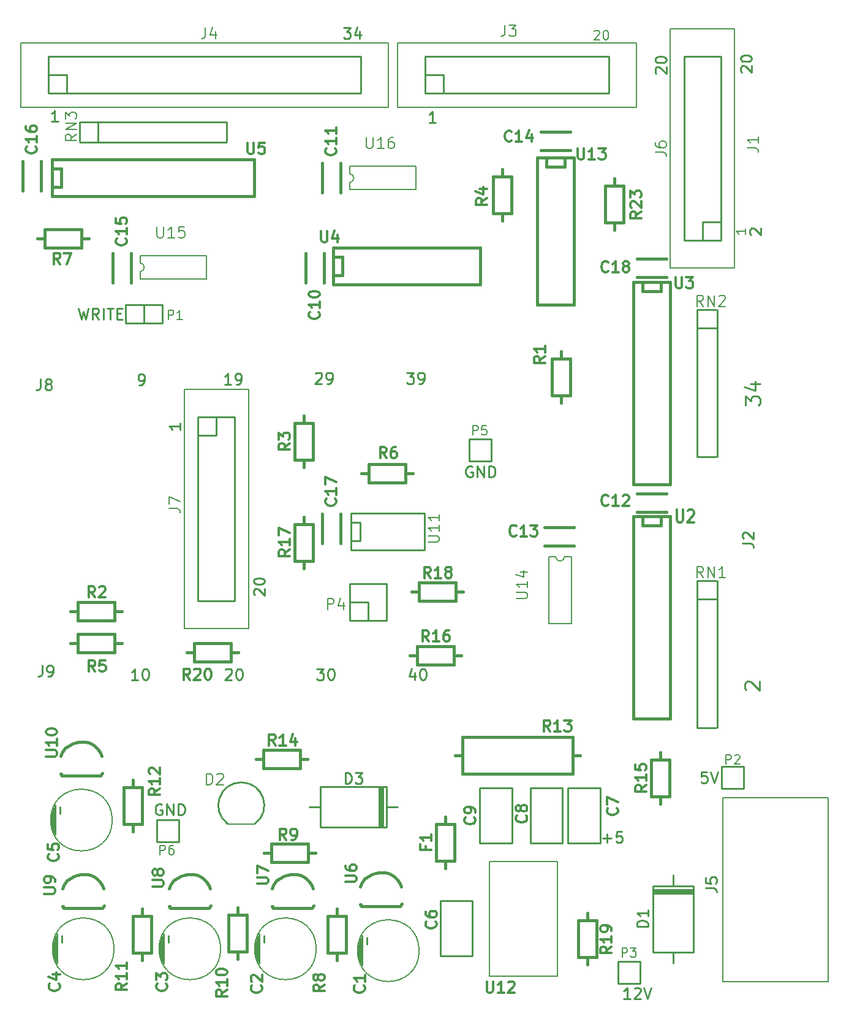
<source format=gto>
%FSLAX34Y34*%
G04 Gerber Fmt 3.4, Leading zero omitted, Abs format*
G04 (created by PCBNEW (2014-02-12 BZR 4693)-product) date Sun 08 Jun 2014 08:36:32 PM EDT*
%MOIN*%
G01*
G70*
G90*
G04 APERTURE LIST*
%ADD10C,0.006000*%
%ADD11C,0.010000*%
%ADD12C,0.008000*%
%ADD13C,0.015000*%
%ADD14C,0.005906*%
%ADD15C,0.007874*%
%ADD16C,0.009800*%
%ADD17C,0.012000*%
%ADD18O,0.058724X0.069724*%
%ADD19R,0.058724X0.069724*%
%ADD20C,0.069724*%
%ADD21C,0.134724*%
%ADD22R,0.072724X0.072724*%
%ADD23C,0.072724*%
%ADD24R,0.404724X0.064724*%
%ADD25C,0.083424*%
%ADD26C,0.104724*%
%ADD27R,0.104724X0.104724*%
%ADD28R,0.084724X0.084724*%
%ADD29O,0.084724X0.084724*%
%ADD30O,0.072724X0.072724*%
%ADD31R,0.059724X0.059724*%
%ADD32C,0.059724*%
%ADD33C,0.191724*%
%ADD34R,0.074724X0.074724*%
%ADD35C,0.074724*%
%ADD36C,0.070724*%
%ADD37R,0.092724X0.092724*%
%ADD38R,0.059724X0.084724*%
%ADD39O,0.059724X0.084724*%
%ADD40R,0.084724X0.059724*%
%ADD41O,0.084724X0.059724*%
%ADD42C,0.114724*%
%ADD43C,0.161724*%
%ADD44C,0.064724*%
%ADD45R,0.028346X0.063780*%
%ADD46R,0.063780X0.028346*%
G04 APERTURE END LIST*
G54D10*
G54D11*
X79335Y-52492D02*
X79792Y-52492D01*
X79564Y-52721D02*
X79564Y-52264D01*
X80364Y-52121D02*
X80078Y-52121D01*
X80050Y-52407D01*
X80078Y-52378D01*
X80135Y-52350D01*
X80278Y-52350D01*
X80335Y-52378D01*
X80364Y-52407D01*
X80392Y-52464D01*
X80392Y-52607D01*
X80364Y-52664D01*
X80335Y-52692D01*
X80278Y-52721D01*
X80135Y-52721D01*
X80078Y-52692D01*
X80050Y-52664D01*
G54D12*
X87076Y-19357D02*
X87076Y-19642D01*
X87076Y-19500D02*
X86576Y-19500D01*
X86647Y-19547D01*
X86695Y-19595D01*
X86719Y-19642D01*
G54D11*
X82228Y-10907D02*
X82200Y-10878D01*
X82171Y-10821D01*
X82171Y-10678D01*
X82200Y-10621D01*
X82228Y-10592D01*
X82285Y-10564D01*
X82342Y-10564D01*
X82428Y-10592D01*
X82771Y-10935D01*
X82771Y-10564D01*
X82171Y-10192D02*
X82171Y-10135D01*
X82200Y-10078D01*
X82228Y-10050D01*
X82285Y-10021D01*
X82400Y-9992D01*
X82542Y-9992D01*
X82657Y-10021D01*
X82714Y-10050D01*
X82742Y-10078D01*
X82771Y-10135D01*
X82771Y-10192D01*
X82742Y-10250D01*
X82714Y-10278D01*
X82657Y-10307D01*
X82542Y-10335D01*
X82400Y-10335D01*
X82285Y-10307D01*
X82228Y-10278D01*
X82200Y-10250D01*
X82171Y-10192D01*
X60378Y-39257D02*
X60350Y-39228D01*
X60321Y-39171D01*
X60321Y-39028D01*
X60350Y-38971D01*
X60378Y-38942D01*
X60435Y-38914D01*
X60492Y-38914D01*
X60578Y-38942D01*
X60921Y-39285D01*
X60921Y-38914D01*
X60321Y-38542D02*
X60321Y-38485D01*
X60350Y-38428D01*
X60378Y-38400D01*
X60435Y-38371D01*
X60550Y-38342D01*
X60692Y-38342D01*
X60807Y-38371D01*
X60864Y-38400D01*
X60892Y-38428D01*
X60921Y-38485D01*
X60921Y-38542D01*
X60892Y-38600D01*
X60864Y-38628D01*
X60807Y-38657D01*
X60692Y-38685D01*
X60550Y-38685D01*
X60435Y-38657D01*
X60378Y-38628D01*
X60350Y-38600D01*
X60321Y-38542D01*
X56321Y-29928D02*
X56321Y-30271D01*
X56321Y-30100D02*
X55721Y-30100D01*
X55807Y-30157D01*
X55864Y-30214D01*
X55892Y-30271D01*
G54D12*
X78869Y-8623D02*
X78892Y-8600D01*
X78940Y-8576D01*
X79059Y-8576D01*
X79107Y-8600D01*
X79130Y-8623D01*
X79154Y-8671D01*
X79154Y-8719D01*
X79130Y-8790D01*
X78845Y-9076D01*
X79154Y-9076D01*
X79464Y-8576D02*
X79511Y-8576D01*
X79559Y-8600D01*
X79583Y-8623D01*
X79607Y-8671D01*
X79630Y-8766D01*
X79630Y-8885D01*
X79607Y-8980D01*
X79583Y-9028D01*
X79559Y-9052D01*
X79511Y-9076D01*
X79464Y-9076D01*
X79416Y-9052D01*
X79392Y-9028D01*
X79369Y-8980D01*
X79345Y-8885D01*
X79345Y-8766D01*
X79369Y-8671D01*
X79392Y-8623D01*
X79416Y-8600D01*
X79464Y-8576D01*
G54D11*
X70221Y-13571D02*
X69878Y-13571D01*
X70050Y-13571D02*
X70050Y-12971D01*
X69992Y-13057D01*
X69935Y-13114D01*
X69878Y-13142D01*
X65214Y-8421D02*
X65585Y-8421D01*
X65385Y-8650D01*
X65471Y-8650D01*
X65528Y-8678D01*
X65557Y-8707D01*
X65585Y-8764D01*
X65585Y-8907D01*
X65557Y-8964D01*
X65528Y-8992D01*
X65471Y-9021D01*
X65300Y-9021D01*
X65242Y-8992D01*
X65214Y-8964D01*
X66100Y-8621D02*
X66100Y-9021D01*
X65957Y-8392D02*
X65814Y-8821D01*
X66185Y-8821D01*
X49671Y-13521D02*
X49328Y-13521D01*
X49500Y-13521D02*
X49500Y-12921D01*
X49442Y-13007D01*
X49385Y-13064D01*
X49328Y-13092D01*
X55312Y-50652D02*
X55255Y-50623D01*
X55170Y-50623D01*
X55084Y-50652D01*
X55027Y-50709D01*
X54998Y-50766D01*
X54970Y-50880D01*
X54970Y-50966D01*
X54998Y-51080D01*
X55027Y-51137D01*
X55084Y-51194D01*
X55170Y-51223D01*
X55227Y-51223D01*
X55312Y-51194D01*
X55341Y-51166D01*
X55341Y-50966D01*
X55227Y-50966D01*
X55598Y-51223D02*
X55598Y-50623D01*
X55941Y-51223D01*
X55941Y-50623D01*
X56227Y-51223D02*
X56227Y-50623D01*
X56370Y-50623D01*
X56455Y-50652D01*
X56512Y-50709D01*
X56541Y-50766D01*
X56570Y-50880D01*
X56570Y-50966D01*
X56541Y-51080D01*
X56512Y-51137D01*
X56455Y-51194D01*
X56370Y-51223D01*
X56227Y-51223D01*
X72208Y-32282D02*
X72151Y-32253D01*
X72066Y-32253D01*
X71980Y-32282D01*
X71923Y-32339D01*
X71894Y-32396D01*
X71866Y-32510D01*
X71866Y-32596D01*
X71894Y-32710D01*
X71923Y-32767D01*
X71980Y-32824D01*
X72066Y-32853D01*
X72123Y-32853D01*
X72208Y-32824D01*
X72237Y-32796D01*
X72237Y-32596D01*
X72123Y-32596D01*
X72494Y-32853D02*
X72494Y-32253D01*
X72837Y-32853D01*
X72837Y-32253D01*
X73123Y-32853D02*
X73123Y-32253D01*
X73266Y-32253D01*
X73351Y-32282D01*
X73408Y-32339D01*
X73437Y-32396D01*
X73466Y-32510D01*
X73466Y-32596D01*
X73437Y-32710D01*
X73408Y-32767D01*
X73351Y-32824D01*
X73266Y-32853D01*
X73123Y-32853D01*
X80808Y-61211D02*
X80465Y-61211D01*
X80637Y-61211D02*
X80637Y-60611D01*
X80579Y-60697D01*
X80522Y-60754D01*
X80465Y-60782D01*
X81037Y-60668D02*
X81065Y-60640D01*
X81122Y-60611D01*
X81265Y-60611D01*
X81322Y-60640D01*
X81351Y-60668D01*
X81380Y-60725D01*
X81380Y-60782D01*
X81351Y-60868D01*
X81008Y-61211D01*
X81380Y-61211D01*
X81551Y-60611D02*
X81751Y-61211D01*
X81951Y-60611D01*
X84985Y-48871D02*
X84700Y-48871D01*
X84671Y-49157D01*
X84700Y-49128D01*
X84757Y-49100D01*
X84900Y-49100D01*
X84957Y-49128D01*
X84985Y-49157D01*
X85014Y-49214D01*
X85014Y-49357D01*
X84985Y-49414D01*
X84957Y-49442D01*
X84900Y-49471D01*
X84757Y-49471D01*
X84700Y-49442D01*
X84671Y-49414D01*
X85185Y-48871D02*
X85385Y-49471D01*
X85585Y-48871D01*
X50800Y-23671D02*
X50942Y-24271D01*
X51057Y-23842D01*
X51171Y-24271D01*
X51314Y-23671D01*
X51885Y-24271D02*
X51685Y-23985D01*
X51542Y-24271D02*
X51542Y-23671D01*
X51771Y-23671D01*
X51828Y-23700D01*
X51857Y-23728D01*
X51885Y-23785D01*
X51885Y-23871D01*
X51857Y-23928D01*
X51828Y-23957D01*
X51771Y-23985D01*
X51542Y-23985D01*
X52142Y-24271D02*
X52142Y-23671D01*
X52342Y-23671D02*
X52685Y-23671D01*
X52514Y-24271D02*
X52514Y-23671D01*
X52885Y-23957D02*
X53085Y-23957D01*
X53171Y-24271D02*
X52885Y-24271D01*
X52885Y-23671D01*
X53171Y-23671D01*
G54D10*
X76850Y-53750D02*
X73150Y-53750D01*
X73150Y-53750D02*
X73150Y-60000D01*
X73150Y-60000D02*
X76850Y-60000D01*
X76850Y-60000D02*
X76850Y-53750D01*
G54D13*
X77687Y-48000D02*
X78087Y-48000D01*
X71687Y-48000D02*
X71287Y-48000D01*
X77687Y-48500D02*
X77687Y-49000D01*
X77687Y-49000D02*
X71687Y-49000D01*
X71687Y-49000D02*
X71687Y-47000D01*
X71687Y-47000D02*
X77687Y-47000D01*
X77687Y-47000D02*
X77687Y-48500D01*
G54D11*
X83150Y-58700D02*
X83150Y-59300D01*
X83150Y-55100D02*
X83150Y-54500D01*
X82050Y-55500D02*
X84250Y-55500D01*
X82050Y-55400D02*
X84250Y-55400D01*
X82050Y-55300D02*
X84250Y-55300D01*
X84250Y-55100D02*
X82050Y-55100D01*
X82050Y-55100D02*
X82050Y-58700D01*
X82050Y-58700D02*
X84250Y-58700D01*
X84250Y-58700D02*
X84250Y-55100D01*
X63950Y-50800D02*
X63350Y-50800D01*
X67550Y-50800D02*
X68150Y-50800D01*
X67150Y-49700D02*
X67150Y-51900D01*
X67250Y-49700D02*
X67250Y-51900D01*
X67350Y-49700D02*
X67350Y-51900D01*
X67550Y-51900D02*
X67550Y-49700D01*
X67550Y-49700D02*
X63950Y-49700D01*
X63950Y-49700D02*
X63950Y-51900D01*
X63950Y-51900D02*
X67550Y-51900D01*
X54350Y-24500D02*
X54350Y-23500D01*
X55350Y-24500D02*
X55350Y-23500D01*
X55350Y-23500D02*
X54350Y-23500D01*
X54350Y-23500D02*
X53350Y-23500D01*
X53350Y-23500D02*
X53350Y-24500D01*
X53350Y-24500D02*
X55350Y-24500D01*
X65550Y-39650D02*
X65550Y-40650D01*
X65550Y-40650D02*
X66550Y-40650D01*
X66550Y-40650D02*
X66550Y-39650D01*
X66550Y-39650D02*
X65550Y-39650D01*
X65550Y-39650D02*
X65550Y-38650D01*
X65550Y-38650D02*
X67550Y-38650D01*
X67550Y-38650D02*
X67550Y-40650D01*
X67550Y-40650D02*
X66550Y-40650D01*
G54D13*
X82500Y-35000D02*
X82500Y-35500D01*
X82500Y-35500D02*
X81500Y-35500D01*
X81500Y-35500D02*
X81500Y-35000D01*
X83000Y-35000D02*
X83000Y-46000D01*
X83000Y-46000D02*
X81000Y-46000D01*
X81000Y-46000D02*
X81000Y-35000D01*
X81000Y-35000D02*
X83000Y-35000D01*
X82500Y-22250D02*
X82500Y-22750D01*
X82500Y-22750D02*
X81500Y-22750D01*
X81500Y-22750D02*
X81500Y-22250D01*
X83000Y-22250D02*
X83000Y-33250D01*
X83000Y-33250D02*
X81000Y-33250D01*
X81000Y-33250D02*
X81000Y-22250D01*
X81000Y-22250D02*
X83000Y-22250D01*
X64650Y-20400D02*
X72650Y-20400D01*
X72650Y-22400D02*
X64650Y-22400D01*
X64650Y-22400D02*
X64650Y-20400D01*
X64650Y-20900D02*
X65150Y-20900D01*
X65150Y-20900D02*
X65150Y-21900D01*
X65150Y-21900D02*
X64650Y-21900D01*
X72650Y-20400D02*
X72650Y-22400D01*
X49350Y-16100D02*
X49850Y-16100D01*
X49850Y-16100D02*
X49850Y-17100D01*
X49850Y-17100D02*
X49350Y-17100D01*
X49350Y-15600D02*
X60350Y-15600D01*
X60350Y-15600D02*
X60350Y-17600D01*
X60350Y-17600D02*
X49350Y-17600D01*
X49350Y-17600D02*
X49350Y-15600D01*
G54D11*
X65624Y-35314D02*
X66124Y-35314D01*
X66124Y-35314D02*
X66124Y-36314D01*
X66124Y-36314D02*
X65624Y-36314D01*
X65624Y-34814D02*
X69624Y-34814D01*
X69624Y-34814D02*
X69624Y-36814D01*
X69624Y-36814D02*
X65624Y-36814D01*
X65624Y-36814D02*
X65624Y-34814D01*
G54D13*
X77750Y-15500D02*
X77750Y-23500D01*
X75750Y-23500D02*
X75750Y-15500D01*
X75750Y-15500D02*
X77750Y-15500D01*
X77250Y-15500D02*
X77250Y-16000D01*
X77250Y-16000D02*
X76250Y-16000D01*
X76250Y-16000D02*
X76250Y-15500D01*
X77750Y-23500D02*
X75750Y-23500D01*
G54D10*
X60050Y-28100D02*
X56550Y-28100D01*
X56550Y-28100D02*
X56550Y-41100D01*
X56550Y-41100D02*
X60050Y-41100D01*
X60050Y-41100D02*
X60050Y-28100D01*
G54D11*
X59300Y-39600D02*
X59300Y-29600D01*
X57300Y-30600D02*
X57300Y-39600D01*
X59300Y-39600D02*
X57300Y-39600D01*
X59300Y-29600D02*
X58300Y-29600D01*
X57300Y-29600D02*
X57300Y-30600D01*
X58300Y-29600D02*
X58300Y-30600D01*
X58300Y-30600D02*
X57300Y-30600D01*
X57300Y-29600D02*
X58300Y-29600D01*
G54D10*
X83000Y-21500D02*
X86500Y-21500D01*
X86500Y-21500D02*
X86500Y-8500D01*
X86500Y-8500D02*
X83000Y-8500D01*
X83000Y-8500D02*
X83000Y-21500D01*
G54D11*
X83750Y-10000D02*
X83750Y-20000D01*
X85750Y-19000D02*
X85750Y-10000D01*
X83750Y-10000D02*
X85750Y-10000D01*
X83750Y-20000D02*
X84750Y-20000D01*
X85750Y-20000D02*
X85750Y-19000D01*
X84750Y-20000D02*
X84750Y-19000D01*
X84750Y-19000D02*
X85750Y-19000D01*
X85750Y-20000D02*
X84750Y-20000D01*
G54D10*
X68150Y-9250D02*
X68150Y-12750D01*
X68150Y-12750D02*
X81150Y-12750D01*
X81150Y-12750D02*
X81150Y-9250D01*
X81150Y-9250D02*
X68150Y-9250D01*
G54D11*
X79650Y-10000D02*
X69650Y-10000D01*
X70650Y-12000D02*
X79650Y-12000D01*
X79650Y-10000D02*
X79650Y-12000D01*
X69650Y-10000D02*
X69650Y-11000D01*
X69650Y-12000D02*
X70650Y-12000D01*
X69650Y-11000D02*
X70650Y-11000D01*
X70650Y-11000D02*
X70650Y-12000D01*
X69650Y-12000D02*
X69650Y-11000D01*
G54D10*
X52626Y-51500D02*
G75*
G03X52626Y-51500I-1676J0D01*
G74*
G01*
G54D11*
X49521Y-50700D02*
X49521Y-52300D01*
X49481Y-52181D02*
X49431Y-52031D01*
X49431Y-52150D02*
X49431Y-50850D01*
X49431Y-50968D02*
X49481Y-50818D01*
X49800Y-51150D02*
X49800Y-50800D01*
X49360Y-51100D02*
X49360Y-51900D01*
X49410Y-51900D02*
X49410Y-51100D01*
X49500Y-52100D02*
X49500Y-50900D01*
G54D10*
X69326Y-58600D02*
G75*
G03X69326Y-58600I-1676J0D01*
G74*
G01*
G54D11*
X66221Y-57800D02*
X66221Y-59400D01*
X66181Y-59281D02*
X66131Y-59131D01*
X66131Y-59250D02*
X66131Y-57950D01*
X66131Y-58068D02*
X66181Y-57918D01*
X66500Y-58250D02*
X66500Y-57900D01*
X66060Y-58200D02*
X66060Y-59000D01*
X66110Y-59000D02*
X66110Y-58200D01*
X66200Y-59200D02*
X66200Y-58000D01*
G54D10*
X63726Y-58500D02*
G75*
G03X63726Y-58500I-1676J0D01*
G74*
G01*
G54D11*
X60621Y-57700D02*
X60621Y-59300D01*
X60581Y-59181D02*
X60531Y-59031D01*
X60531Y-59150D02*
X60531Y-57850D01*
X60531Y-57968D02*
X60581Y-57818D01*
X60900Y-58150D02*
X60900Y-57800D01*
X60460Y-58100D02*
X60460Y-58900D01*
X60510Y-58900D02*
X60510Y-58100D01*
X60600Y-59100D02*
X60600Y-57900D01*
G54D10*
X58526Y-58500D02*
G75*
G03X58526Y-58500I-1676J0D01*
G74*
G01*
G54D11*
X55421Y-57700D02*
X55421Y-59300D01*
X55381Y-59181D02*
X55331Y-59031D01*
X55331Y-59150D02*
X55331Y-57850D01*
X55331Y-57968D02*
X55381Y-57818D01*
X55700Y-58150D02*
X55700Y-57800D01*
X55260Y-58100D02*
X55260Y-58900D01*
X55310Y-58900D02*
X55310Y-58100D01*
X55400Y-59100D02*
X55400Y-57900D01*
G54D10*
X52726Y-58500D02*
G75*
G03X52726Y-58500I-1676J0D01*
G74*
G01*
G54D11*
X49621Y-57700D02*
X49621Y-59300D01*
X49581Y-59181D02*
X49531Y-59031D01*
X49531Y-59150D02*
X49531Y-57850D01*
X49531Y-57968D02*
X49581Y-57818D01*
X49900Y-58150D02*
X49900Y-57800D01*
X49460Y-58100D02*
X49460Y-58900D01*
X49510Y-58900D02*
X49510Y-58100D01*
X49600Y-59100D02*
X49600Y-57900D01*
G54D10*
X47650Y-9250D02*
X47650Y-12750D01*
X47650Y-12750D02*
X67650Y-12750D01*
X67650Y-12750D02*
X67650Y-9250D01*
X67650Y-9250D02*
X47650Y-9250D01*
G54D11*
X66150Y-10000D02*
X49150Y-10000D01*
X50150Y-12000D02*
X66150Y-12000D01*
X66150Y-10000D02*
X66150Y-12000D01*
X49150Y-10000D02*
X49150Y-11000D01*
X49150Y-12000D02*
X50150Y-12000D01*
X49150Y-11000D02*
X50150Y-11000D01*
X50150Y-11000D02*
X50150Y-12000D01*
X49150Y-12000D02*
X49150Y-11000D01*
G54D12*
X58900Y-51720D02*
X60400Y-51720D01*
G54D11*
X60401Y-51699D02*
G75*
G03X58900Y-51700I-751J999D01*
G74*
G01*
X72050Y-30800D02*
X72050Y-32000D01*
X72050Y-32000D02*
X73250Y-32000D01*
X73250Y-32000D02*
X73250Y-30800D01*
X73250Y-30800D02*
X72050Y-30800D01*
X55050Y-51500D02*
X55050Y-52700D01*
X55050Y-52700D02*
X56250Y-52700D01*
X56250Y-52700D02*
X56250Y-51500D01*
X56250Y-51500D02*
X55050Y-51500D01*
X80150Y-59200D02*
X80150Y-60400D01*
X80150Y-60400D02*
X81350Y-60400D01*
X81350Y-60400D02*
X81350Y-59200D01*
X81350Y-59200D02*
X80150Y-59200D01*
X85800Y-48600D02*
X85800Y-49800D01*
X85800Y-49800D02*
X87000Y-49800D01*
X87000Y-49800D02*
X87000Y-48600D01*
X87000Y-48600D02*
X85800Y-48600D01*
X51850Y-14650D02*
X58850Y-14650D01*
X58850Y-14600D02*
X58850Y-13600D01*
X58850Y-13550D02*
X51850Y-13550D01*
X50850Y-14650D02*
X51850Y-14650D01*
X51850Y-14600D02*
X51850Y-13600D01*
X50850Y-14600D02*
X50850Y-13600D01*
X50850Y-13550D02*
X51850Y-13550D01*
X84450Y-24750D02*
X84450Y-31750D01*
X84500Y-31750D02*
X85500Y-31750D01*
X85550Y-31750D02*
X85550Y-24750D01*
X84450Y-23750D02*
X84450Y-24750D01*
X84500Y-24750D02*
X85500Y-24750D01*
X84500Y-23750D02*
X85500Y-23750D01*
X85550Y-23750D02*
X85550Y-24750D01*
X84450Y-39500D02*
X84450Y-46500D01*
X84500Y-46500D02*
X85500Y-46500D01*
X85550Y-46500D02*
X85550Y-39500D01*
X84450Y-38500D02*
X84450Y-39500D01*
X84500Y-39500D02*
X85500Y-39500D01*
X84500Y-38500D02*
X85500Y-38500D01*
X85550Y-38500D02*
X85550Y-39500D01*
G54D14*
X91600Y-50300D02*
X91600Y-60300D01*
X91600Y-60300D02*
X85850Y-60300D01*
X85850Y-60300D02*
X85850Y-50300D01*
X85850Y-50300D02*
X91600Y-50300D01*
G54D13*
X57081Y-42400D02*
X56681Y-42400D01*
X59081Y-42400D02*
X59481Y-42400D01*
X57081Y-41900D02*
X59081Y-41900D01*
X59081Y-41900D02*
X59081Y-42900D01*
X59081Y-42900D02*
X57081Y-42900D01*
X57081Y-42900D02*
X57081Y-41900D01*
X77050Y-26431D02*
X77050Y-26031D01*
X77050Y-28431D02*
X77050Y-28831D01*
X77550Y-26431D02*
X77550Y-28431D01*
X77550Y-28431D02*
X76550Y-28431D01*
X76550Y-28431D02*
X76550Y-26431D01*
X76550Y-26431D02*
X77550Y-26431D01*
X52769Y-40150D02*
X53169Y-40150D01*
X50769Y-40150D02*
X50369Y-40150D01*
X52769Y-40650D02*
X50769Y-40650D01*
X50769Y-40650D02*
X50769Y-39650D01*
X50769Y-39650D02*
X52769Y-39650D01*
X52769Y-39650D02*
X52769Y-40650D01*
X73850Y-18519D02*
X73850Y-18919D01*
X73850Y-16519D02*
X73850Y-16119D01*
X73350Y-18519D02*
X73350Y-16519D01*
X73350Y-16519D02*
X74350Y-16519D01*
X74350Y-16519D02*
X74350Y-18519D01*
X74350Y-18519D02*
X73350Y-18519D01*
X52769Y-41900D02*
X53169Y-41900D01*
X50769Y-41900D02*
X50369Y-41900D01*
X52769Y-42400D02*
X50769Y-42400D01*
X50769Y-42400D02*
X50769Y-41400D01*
X50769Y-41400D02*
X52769Y-41400D01*
X52769Y-41400D02*
X52769Y-42400D01*
X50969Y-19900D02*
X51369Y-19900D01*
X48969Y-19900D02*
X48569Y-19900D01*
X50969Y-20400D02*
X48969Y-20400D01*
X48969Y-20400D02*
X48969Y-19400D01*
X48969Y-19400D02*
X50969Y-19400D01*
X50969Y-19400D02*
X50969Y-20400D01*
X64850Y-56731D02*
X64850Y-56331D01*
X64850Y-58731D02*
X64850Y-59131D01*
X65350Y-56731D02*
X65350Y-58731D01*
X65350Y-58731D02*
X64350Y-58731D01*
X64350Y-58731D02*
X64350Y-56731D01*
X64350Y-56731D02*
X65350Y-56731D01*
X61281Y-53300D02*
X60881Y-53300D01*
X63281Y-53300D02*
X63681Y-53300D01*
X61281Y-52800D02*
X63281Y-52800D01*
X63281Y-52800D02*
X63281Y-53800D01*
X63281Y-53800D02*
X61281Y-53800D01*
X61281Y-53800D02*
X61281Y-52800D01*
X59450Y-58669D02*
X59450Y-59069D01*
X59450Y-56669D02*
X59450Y-56269D01*
X58950Y-58669D02*
X58950Y-56669D01*
X58950Y-56669D02*
X59950Y-56669D01*
X59950Y-56669D02*
X59950Y-58669D01*
X59950Y-58669D02*
X58950Y-58669D01*
X54250Y-56731D02*
X54250Y-56331D01*
X54250Y-58731D02*
X54250Y-59131D01*
X54750Y-56731D02*
X54750Y-58731D01*
X54750Y-58731D02*
X53750Y-58731D01*
X53750Y-58731D02*
X53750Y-56731D01*
X53750Y-56731D02*
X54750Y-56731D01*
X53750Y-49731D02*
X53750Y-49331D01*
X53750Y-51731D02*
X53750Y-52131D01*
X54250Y-49731D02*
X54250Y-51731D01*
X54250Y-51731D02*
X53250Y-51731D01*
X53250Y-51731D02*
X53250Y-49731D01*
X53250Y-49731D02*
X54250Y-49731D01*
X62869Y-48200D02*
X63269Y-48200D01*
X60869Y-48200D02*
X60469Y-48200D01*
X62869Y-48700D02*
X60869Y-48700D01*
X60869Y-48700D02*
X60869Y-47700D01*
X60869Y-47700D02*
X62869Y-47700D01*
X62869Y-47700D02*
X62869Y-48700D01*
X82450Y-48231D02*
X82450Y-47831D01*
X82450Y-50231D02*
X82450Y-50631D01*
X82950Y-48231D02*
X82950Y-50231D01*
X82950Y-50231D02*
X81950Y-50231D01*
X81950Y-50231D02*
X81950Y-48231D01*
X81950Y-48231D02*
X82950Y-48231D01*
X71219Y-42550D02*
X71619Y-42550D01*
X69219Y-42550D02*
X68819Y-42550D01*
X71219Y-43050D02*
X69219Y-43050D01*
X69219Y-43050D02*
X69219Y-42050D01*
X69219Y-42050D02*
X71219Y-42050D01*
X71219Y-42050D02*
X71219Y-43050D01*
X63050Y-35431D02*
X63050Y-35031D01*
X63050Y-37431D02*
X63050Y-37831D01*
X63550Y-35431D02*
X63550Y-37431D01*
X63550Y-37431D02*
X62550Y-37431D01*
X62550Y-37431D02*
X62550Y-35431D01*
X62550Y-35431D02*
X63550Y-35431D01*
X71319Y-39100D02*
X71719Y-39100D01*
X69319Y-39100D02*
X68919Y-39100D01*
X71319Y-39600D02*
X69319Y-39600D01*
X69319Y-39600D02*
X69319Y-38600D01*
X69319Y-38600D02*
X71319Y-38600D01*
X71319Y-38600D02*
X71319Y-39600D01*
X78500Y-58969D02*
X78500Y-59369D01*
X78500Y-56969D02*
X78500Y-56569D01*
X78000Y-58969D02*
X78000Y-56969D01*
X78000Y-56969D02*
X79000Y-56969D01*
X79000Y-56969D02*
X79000Y-58969D01*
X79000Y-58969D02*
X78000Y-58969D01*
X66581Y-32650D02*
X66181Y-32650D01*
X68581Y-32650D02*
X68981Y-32650D01*
X66581Y-32150D02*
X68581Y-32150D01*
X68581Y-32150D02*
X68581Y-33150D01*
X68581Y-33150D02*
X66581Y-33150D01*
X66581Y-33150D02*
X66581Y-32150D01*
X63050Y-29931D02*
X63050Y-29531D01*
X63050Y-31931D02*
X63050Y-32331D01*
X63550Y-29931D02*
X63550Y-31931D01*
X63550Y-31931D02*
X62550Y-31931D01*
X62550Y-31931D02*
X62550Y-29931D01*
X62550Y-29931D02*
X63550Y-29931D01*
X79950Y-17031D02*
X79950Y-16631D01*
X79950Y-19031D02*
X79950Y-19431D01*
X80450Y-17031D02*
X80450Y-19031D01*
X80450Y-19031D02*
X79450Y-19031D01*
X79450Y-19031D02*
X79450Y-17031D01*
X79450Y-17031D02*
X80450Y-17031D01*
X70750Y-51731D02*
X70750Y-51331D01*
X70750Y-53731D02*
X70750Y-54131D01*
X71250Y-51731D02*
X71250Y-53731D01*
X71250Y-53731D02*
X70250Y-53731D01*
X70250Y-53731D02*
X70250Y-51731D01*
X70250Y-51731D02*
X71250Y-51731D01*
X64150Y-22300D02*
X64150Y-20700D01*
X63150Y-20700D02*
X63150Y-22300D01*
X65050Y-17400D02*
X65050Y-15800D01*
X64050Y-15800D02*
X64050Y-17400D01*
X81200Y-34750D02*
X82800Y-34750D01*
X82800Y-33750D02*
X81200Y-33750D01*
X76150Y-36600D02*
X77750Y-36600D01*
X77750Y-35600D02*
X76150Y-35600D01*
X75950Y-15100D02*
X77550Y-15100D01*
X77550Y-14100D02*
X75950Y-14100D01*
X53650Y-22300D02*
X53650Y-20700D01*
X52650Y-20700D02*
X52650Y-22300D01*
X48750Y-17300D02*
X48750Y-15700D01*
X47750Y-15700D02*
X47750Y-17300D01*
X65050Y-36450D02*
X65050Y-34850D01*
X64050Y-34850D02*
X64050Y-36450D01*
X81200Y-22000D02*
X82800Y-22000D01*
X82800Y-21000D02*
X81200Y-21000D01*
X52000Y-49100D02*
X52100Y-48950D01*
X49900Y-47840D02*
X49820Y-48025D01*
X49850Y-49045D02*
X49820Y-48975D01*
X51995Y-47860D02*
X52065Y-48025D01*
X50950Y-47250D02*
X51150Y-47250D01*
X51150Y-47250D02*
X51350Y-47300D01*
X51350Y-47300D02*
X51550Y-47400D01*
X51550Y-47400D02*
X51700Y-47500D01*
X51700Y-47500D02*
X51850Y-47650D01*
X51850Y-47650D02*
X52000Y-47850D01*
X49900Y-47850D02*
X50050Y-47600D01*
X50050Y-47600D02*
X50300Y-47450D01*
X50300Y-47450D02*
X50450Y-47350D01*
X50450Y-47350D02*
X50650Y-47300D01*
X50650Y-47300D02*
X50850Y-47250D01*
X50850Y-47250D02*
X50950Y-47250D01*
X49900Y-49100D02*
X49850Y-49000D01*
X49900Y-49100D02*
X52000Y-49100D01*
X52100Y-56300D02*
X52200Y-56150D01*
X50000Y-55040D02*
X49920Y-55225D01*
X49950Y-56245D02*
X49920Y-56175D01*
X52095Y-55060D02*
X52165Y-55225D01*
X51050Y-54450D02*
X51250Y-54450D01*
X51250Y-54450D02*
X51450Y-54500D01*
X51450Y-54500D02*
X51650Y-54600D01*
X51650Y-54600D02*
X51800Y-54700D01*
X51800Y-54700D02*
X51950Y-54850D01*
X51950Y-54850D02*
X52100Y-55050D01*
X50000Y-55050D02*
X50150Y-54800D01*
X50150Y-54800D02*
X50400Y-54650D01*
X50400Y-54650D02*
X50550Y-54550D01*
X50550Y-54550D02*
X50750Y-54500D01*
X50750Y-54500D02*
X50950Y-54450D01*
X50950Y-54450D02*
X51050Y-54450D01*
X50000Y-56300D02*
X49950Y-56200D01*
X50000Y-56300D02*
X52100Y-56300D01*
X57900Y-56300D02*
X58000Y-56150D01*
X55800Y-55040D02*
X55720Y-55225D01*
X55750Y-56245D02*
X55720Y-56175D01*
X57895Y-55060D02*
X57965Y-55225D01*
X56850Y-54450D02*
X57050Y-54450D01*
X57050Y-54450D02*
X57250Y-54500D01*
X57250Y-54500D02*
X57450Y-54600D01*
X57450Y-54600D02*
X57600Y-54700D01*
X57600Y-54700D02*
X57750Y-54850D01*
X57750Y-54850D02*
X57900Y-55050D01*
X55800Y-55050D02*
X55950Y-54800D01*
X55950Y-54800D02*
X56200Y-54650D01*
X56200Y-54650D02*
X56350Y-54550D01*
X56350Y-54550D02*
X56550Y-54500D01*
X56550Y-54500D02*
X56750Y-54450D01*
X56750Y-54450D02*
X56850Y-54450D01*
X55800Y-56300D02*
X55750Y-56200D01*
X55800Y-56300D02*
X57900Y-56300D01*
X63500Y-56300D02*
X63600Y-56150D01*
X61400Y-55040D02*
X61320Y-55225D01*
X61350Y-56245D02*
X61320Y-56175D01*
X63495Y-55060D02*
X63565Y-55225D01*
X62450Y-54450D02*
X62650Y-54450D01*
X62650Y-54450D02*
X62850Y-54500D01*
X62850Y-54500D02*
X63050Y-54600D01*
X63050Y-54600D02*
X63200Y-54700D01*
X63200Y-54700D02*
X63350Y-54850D01*
X63350Y-54850D02*
X63500Y-55050D01*
X61400Y-55050D02*
X61550Y-54800D01*
X61550Y-54800D02*
X61800Y-54650D01*
X61800Y-54650D02*
X61950Y-54550D01*
X61950Y-54550D02*
X62150Y-54500D01*
X62150Y-54500D02*
X62350Y-54450D01*
X62350Y-54450D02*
X62450Y-54450D01*
X61400Y-56300D02*
X61350Y-56200D01*
X61400Y-56300D02*
X63500Y-56300D01*
X68300Y-56200D02*
X68400Y-56050D01*
X66200Y-54940D02*
X66120Y-55125D01*
X66150Y-56145D02*
X66120Y-56075D01*
X68295Y-54960D02*
X68365Y-55125D01*
X67250Y-54350D02*
X67450Y-54350D01*
X67450Y-54350D02*
X67650Y-54400D01*
X67650Y-54400D02*
X67850Y-54500D01*
X67850Y-54500D02*
X68000Y-54600D01*
X68000Y-54600D02*
X68150Y-54750D01*
X68150Y-54750D02*
X68300Y-54950D01*
X66200Y-54950D02*
X66350Y-54700D01*
X66350Y-54700D02*
X66600Y-54550D01*
X66600Y-54550D02*
X66750Y-54450D01*
X66750Y-54450D02*
X66950Y-54400D01*
X66950Y-54400D02*
X67150Y-54350D01*
X67150Y-54350D02*
X67250Y-54350D01*
X66200Y-56200D02*
X66150Y-56100D01*
X66200Y-56200D02*
X68300Y-56200D01*
G54D15*
X65538Y-16836D02*
X65538Y-17229D01*
X65538Y-15970D02*
X65538Y-16363D01*
X65538Y-16836D02*
G75*
G03X65775Y-16600I0J236D01*
G74*
G01*
X65775Y-16600D02*
G75*
G03X65538Y-16363I-236J0D01*
G74*
G01*
X65538Y-15970D02*
X69161Y-15970D01*
X69161Y-15970D02*
X69161Y-17229D01*
X69161Y-17229D02*
X65538Y-17229D01*
X76763Y-37188D02*
X76370Y-37188D01*
X77629Y-37188D02*
X77236Y-37188D01*
X76763Y-37188D02*
G75*
G03X77000Y-37425I236J0D01*
G74*
G01*
X77000Y-37425D02*
G75*
G03X77236Y-37188I0J236D01*
G74*
G01*
X77629Y-37188D02*
X77629Y-40811D01*
X77629Y-40811D02*
X76370Y-40811D01*
X76370Y-40811D02*
X76370Y-37188D01*
X54138Y-21686D02*
X54138Y-22079D01*
X54138Y-20820D02*
X54138Y-21213D01*
X54138Y-21686D02*
G75*
G03X54375Y-21450I0J236D01*
G74*
G01*
X54375Y-21450D02*
G75*
G03X54138Y-21213I-236J0D01*
G74*
G01*
X54138Y-20820D02*
X57761Y-20820D01*
X57761Y-20820D02*
X57761Y-22079D01*
X57761Y-22079D02*
X54138Y-22079D01*
G54D16*
X70470Y-58900D02*
X72230Y-58900D01*
X70470Y-55900D02*
X72230Y-55900D01*
G54D11*
X72230Y-55900D02*
X72230Y-58900D01*
X70470Y-58900D02*
X70470Y-55900D01*
G54D16*
X79180Y-49750D02*
X77420Y-49750D01*
X79180Y-52750D02*
X77420Y-52750D01*
G54D11*
X77420Y-52750D02*
X77420Y-49750D01*
X79180Y-49750D02*
X79180Y-52750D01*
G54D16*
X77130Y-49750D02*
X75370Y-49750D01*
X77130Y-52750D02*
X75370Y-52750D01*
G54D11*
X75370Y-52750D02*
X75370Y-49750D01*
X77130Y-49750D02*
X77130Y-52750D01*
G54D16*
X74380Y-49750D02*
X72620Y-49750D01*
X74380Y-52750D02*
X72620Y-52750D01*
G54D11*
X72620Y-52750D02*
X72620Y-49750D01*
X74380Y-49750D02*
X74380Y-52750D01*
G54D17*
X73007Y-60271D02*
X73007Y-60757D01*
X73035Y-60814D01*
X73064Y-60842D01*
X73121Y-60871D01*
X73235Y-60871D01*
X73292Y-60842D01*
X73321Y-60814D01*
X73350Y-60757D01*
X73350Y-60271D01*
X73950Y-60871D02*
X73607Y-60871D01*
X73778Y-60871D02*
X73778Y-60271D01*
X73721Y-60357D01*
X73664Y-60414D01*
X73607Y-60442D01*
X74178Y-60328D02*
X74207Y-60300D01*
X74264Y-60271D01*
X74407Y-60271D01*
X74464Y-60300D01*
X74492Y-60328D01*
X74521Y-60385D01*
X74521Y-60442D01*
X74492Y-60528D01*
X74150Y-60871D01*
X74521Y-60871D01*
G54D11*
X69078Y-43471D02*
X69078Y-43871D01*
X68935Y-43242D02*
X68792Y-43671D01*
X69164Y-43671D01*
X69507Y-43271D02*
X69564Y-43271D01*
X69621Y-43300D01*
X69650Y-43328D01*
X69678Y-43385D01*
X69707Y-43500D01*
X69707Y-43642D01*
X69678Y-43757D01*
X69650Y-43814D01*
X69621Y-43842D01*
X69564Y-43871D01*
X69507Y-43871D01*
X69450Y-43842D01*
X69421Y-43814D01*
X69392Y-43757D01*
X69364Y-43642D01*
X69364Y-43500D01*
X69392Y-43385D01*
X69421Y-43328D01*
X69450Y-43300D01*
X69507Y-43271D01*
X63764Y-43271D02*
X64135Y-43271D01*
X63935Y-43500D01*
X64021Y-43500D01*
X64078Y-43528D01*
X64107Y-43557D01*
X64135Y-43614D01*
X64135Y-43757D01*
X64107Y-43814D01*
X64078Y-43842D01*
X64021Y-43871D01*
X63850Y-43871D01*
X63792Y-43842D01*
X63764Y-43814D01*
X64507Y-43271D02*
X64564Y-43271D01*
X64621Y-43300D01*
X64650Y-43328D01*
X64678Y-43385D01*
X64707Y-43500D01*
X64707Y-43642D01*
X64678Y-43757D01*
X64650Y-43814D01*
X64621Y-43842D01*
X64564Y-43871D01*
X64507Y-43871D01*
X64450Y-43842D01*
X64421Y-43814D01*
X64392Y-43757D01*
X64364Y-43642D01*
X64364Y-43500D01*
X64392Y-43385D01*
X64421Y-43328D01*
X64450Y-43300D01*
X64507Y-43271D01*
X58792Y-43328D02*
X58821Y-43300D01*
X58878Y-43271D01*
X59021Y-43271D01*
X59078Y-43300D01*
X59107Y-43328D01*
X59135Y-43385D01*
X59135Y-43442D01*
X59107Y-43528D01*
X58764Y-43871D01*
X59135Y-43871D01*
X59507Y-43271D02*
X59564Y-43271D01*
X59621Y-43300D01*
X59650Y-43328D01*
X59678Y-43385D01*
X59707Y-43500D01*
X59707Y-43642D01*
X59678Y-43757D01*
X59650Y-43814D01*
X59621Y-43842D01*
X59564Y-43871D01*
X59507Y-43871D01*
X59450Y-43842D01*
X59421Y-43814D01*
X59392Y-43757D01*
X59364Y-43642D01*
X59364Y-43500D01*
X59392Y-43385D01*
X59421Y-43328D01*
X59450Y-43300D01*
X59507Y-43271D01*
X54035Y-43871D02*
X53692Y-43871D01*
X53864Y-43871D02*
X53864Y-43271D01*
X53807Y-43357D01*
X53750Y-43414D01*
X53692Y-43442D01*
X54407Y-43271D02*
X54464Y-43271D01*
X54521Y-43300D01*
X54550Y-43328D01*
X54578Y-43385D01*
X54607Y-43500D01*
X54607Y-43642D01*
X54578Y-43757D01*
X54550Y-43814D01*
X54521Y-43842D01*
X54464Y-43871D01*
X54407Y-43871D01*
X54350Y-43842D01*
X54321Y-43814D01*
X54292Y-43757D01*
X54264Y-43642D01*
X54264Y-43500D01*
X54292Y-43385D01*
X54321Y-43328D01*
X54350Y-43300D01*
X54407Y-43271D01*
X68664Y-27171D02*
X69035Y-27171D01*
X68835Y-27400D01*
X68921Y-27400D01*
X68978Y-27428D01*
X69007Y-27457D01*
X69035Y-27514D01*
X69035Y-27657D01*
X69007Y-27714D01*
X68978Y-27742D01*
X68921Y-27771D01*
X68750Y-27771D01*
X68692Y-27742D01*
X68664Y-27714D01*
X69321Y-27771D02*
X69435Y-27771D01*
X69492Y-27742D01*
X69521Y-27714D01*
X69578Y-27628D01*
X69607Y-27514D01*
X69607Y-27285D01*
X69578Y-27228D01*
X69550Y-27200D01*
X69492Y-27171D01*
X69378Y-27171D01*
X69321Y-27200D01*
X69292Y-27228D01*
X69264Y-27285D01*
X69264Y-27428D01*
X69292Y-27485D01*
X69321Y-27514D01*
X69378Y-27542D01*
X69492Y-27542D01*
X69550Y-27514D01*
X69578Y-27485D01*
X69607Y-27428D01*
X63692Y-27228D02*
X63721Y-27200D01*
X63778Y-27171D01*
X63921Y-27171D01*
X63978Y-27200D01*
X64007Y-27228D01*
X64035Y-27285D01*
X64035Y-27342D01*
X64007Y-27428D01*
X63664Y-27771D01*
X64035Y-27771D01*
X64321Y-27771D02*
X64435Y-27771D01*
X64492Y-27742D01*
X64521Y-27714D01*
X64578Y-27628D01*
X64607Y-27514D01*
X64607Y-27285D01*
X64578Y-27228D01*
X64550Y-27200D01*
X64492Y-27171D01*
X64378Y-27171D01*
X64321Y-27200D01*
X64292Y-27228D01*
X64264Y-27285D01*
X64264Y-27428D01*
X64292Y-27485D01*
X64321Y-27514D01*
X64378Y-27542D01*
X64492Y-27542D01*
X64550Y-27514D01*
X64578Y-27485D01*
X64607Y-27428D01*
X59085Y-27821D02*
X58742Y-27821D01*
X58914Y-27821D02*
X58914Y-27221D01*
X58857Y-27307D01*
X58800Y-27364D01*
X58742Y-27392D01*
X59371Y-27821D02*
X59485Y-27821D01*
X59542Y-27792D01*
X59571Y-27764D01*
X59628Y-27678D01*
X59657Y-27564D01*
X59657Y-27335D01*
X59628Y-27278D01*
X59600Y-27250D01*
X59542Y-27221D01*
X59428Y-27221D01*
X59371Y-27250D01*
X59342Y-27278D01*
X59314Y-27335D01*
X59314Y-27478D01*
X59342Y-27535D01*
X59371Y-27564D01*
X59428Y-27592D01*
X59542Y-27592D01*
X59600Y-27564D01*
X59628Y-27535D01*
X59657Y-27478D01*
X54095Y-27851D02*
X54210Y-27851D01*
X54267Y-27822D01*
X54295Y-27794D01*
X54352Y-27708D01*
X54381Y-27594D01*
X54381Y-27365D01*
X54352Y-27308D01*
X54324Y-27280D01*
X54267Y-27251D01*
X54152Y-27251D01*
X54095Y-27280D01*
X54067Y-27308D01*
X54038Y-27365D01*
X54038Y-27508D01*
X54067Y-27565D01*
X54095Y-27594D01*
X54152Y-27622D01*
X54267Y-27622D01*
X54324Y-27594D01*
X54352Y-27565D01*
X54381Y-27508D01*
X48810Y-43091D02*
X48810Y-43520D01*
X48781Y-43605D01*
X48724Y-43662D01*
X48638Y-43691D01*
X48581Y-43691D01*
X49124Y-43691D02*
X49238Y-43691D01*
X49295Y-43662D01*
X49324Y-43634D01*
X49381Y-43548D01*
X49410Y-43434D01*
X49410Y-43205D01*
X49381Y-43148D01*
X49352Y-43120D01*
X49295Y-43091D01*
X49181Y-43091D01*
X49124Y-43120D01*
X49095Y-43148D01*
X49067Y-43205D01*
X49067Y-43348D01*
X49095Y-43405D01*
X49124Y-43434D01*
X49181Y-43462D01*
X49295Y-43462D01*
X49352Y-43434D01*
X49381Y-43405D01*
X49410Y-43348D01*
X48730Y-27531D02*
X48730Y-27960D01*
X48701Y-28045D01*
X48644Y-28102D01*
X48558Y-28131D01*
X48501Y-28131D01*
X49101Y-27788D02*
X49044Y-27760D01*
X49015Y-27731D01*
X48987Y-27674D01*
X48987Y-27645D01*
X49015Y-27588D01*
X49044Y-27560D01*
X49101Y-27531D01*
X49215Y-27531D01*
X49272Y-27560D01*
X49301Y-27588D01*
X49330Y-27645D01*
X49330Y-27674D01*
X49301Y-27731D01*
X49272Y-27760D01*
X49215Y-27788D01*
X49101Y-27788D01*
X49044Y-27817D01*
X49015Y-27845D01*
X48987Y-27902D01*
X48987Y-28017D01*
X49015Y-28074D01*
X49044Y-28102D01*
X49101Y-28131D01*
X49215Y-28131D01*
X49272Y-28102D01*
X49301Y-28074D01*
X49330Y-28017D01*
X49330Y-27902D01*
X49301Y-27845D01*
X49272Y-27817D01*
X49215Y-27788D01*
G54D12*
X87171Y-14950D02*
X87600Y-14950D01*
X87685Y-14978D01*
X87742Y-15035D01*
X87771Y-15121D01*
X87771Y-15178D01*
X87771Y-14350D02*
X87771Y-14692D01*
X87771Y-14521D02*
X87171Y-14521D01*
X87257Y-14578D01*
X87314Y-14635D01*
X87342Y-14692D01*
G54D11*
X87378Y-19671D02*
X87350Y-19642D01*
X87321Y-19585D01*
X87321Y-19442D01*
X87350Y-19385D01*
X87378Y-19357D01*
X87435Y-19328D01*
X87492Y-19328D01*
X87578Y-19357D01*
X87921Y-19700D01*
X87921Y-19328D01*
X86878Y-10837D02*
X86850Y-10808D01*
X86821Y-10751D01*
X86821Y-10608D01*
X86850Y-10551D01*
X86878Y-10522D01*
X86935Y-10494D01*
X86992Y-10494D01*
X87078Y-10522D01*
X87421Y-10865D01*
X87421Y-10494D01*
X86821Y-10122D02*
X86821Y-10065D01*
X86850Y-10008D01*
X86878Y-9980D01*
X86935Y-9951D01*
X87050Y-9922D01*
X87192Y-9922D01*
X87307Y-9951D01*
X87364Y-9980D01*
X87392Y-10008D01*
X87421Y-10065D01*
X87421Y-10122D01*
X87392Y-10180D01*
X87364Y-10208D01*
X87307Y-10237D01*
X87192Y-10265D01*
X87050Y-10265D01*
X86935Y-10237D01*
X86878Y-10208D01*
X86850Y-10180D01*
X86821Y-10122D01*
G54D17*
X76464Y-46671D02*
X76264Y-46385D01*
X76121Y-46671D02*
X76121Y-46071D01*
X76350Y-46071D01*
X76407Y-46100D01*
X76435Y-46128D01*
X76464Y-46185D01*
X76464Y-46271D01*
X76435Y-46328D01*
X76407Y-46357D01*
X76350Y-46385D01*
X76121Y-46385D01*
X77035Y-46671D02*
X76692Y-46671D01*
X76864Y-46671D02*
X76864Y-46071D01*
X76807Y-46157D01*
X76750Y-46214D01*
X76692Y-46242D01*
X77235Y-46071D02*
X77607Y-46071D01*
X77407Y-46300D01*
X77492Y-46300D01*
X77550Y-46328D01*
X77578Y-46357D01*
X77607Y-46414D01*
X77607Y-46557D01*
X77578Y-46614D01*
X77550Y-46642D01*
X77492Y-46671D01*
X77321Y-46671D01*
X77264Y-46642D01*
X77235Y-46614D01*
G54D11*
X81771Y-57292D02*
X81171Y-57292D01*
X81171Y-57150D01*
X81200Y-57064D01*
X81257Y-57007D01*
X81314Y-56978D01*
X81428Y-56950D01*
X81514Y-56950D01*
X81628Y-56978D01*
X81685Y-57007D01*
X81742Y-57064D01*
X81771Y-57150D01*
X81771Y-57292D01*
X81771Y-56378D02*
X81771Y-56721D01*
X81771Y-56550D02*
X81171Y-56550D01*
X81257Y-56607D01*
X81314Y-56664D01*
X81342Y-56721D01*
X65307Y-49521D02*
X65307Y-48921D01*
X65450Y-48921D01*
X65535Y-48950D01*
X65592Y-49007D01*
X65621Y-49064D01*
X65650Y-49178D01*
X65650Y-49264D01*
X65621Y-49378D01*
X65592Y-49435D01*
X65535Y-49492D01*
X65450Y-49521D01*
X65307Y-49521D01*
X65850Y-48921D02*
X66221Y-48921D01*
X66021Y-49150D01*
X66107Y-49150D01*
X66164Y-49178D01*
X66192Y-49207D01*
X66221Y-49264D01*
X66221Y-49407D01*
X66192Y-49464D01*
X66164Y-49492D01*
X66107Y-49521D01*
X65935Y-49521D01*
X65878Y-49492D01*
X65850Y-49464D01*
G54D12*
X55680Y-24276D02*
X55680Y-23776D01*
X55871Y-23776D01*
X55919Y-23800D01*
X55942Y-23823D01*
X55966Y-23871D01*
X55966Y-23942D01*
X55942Y-23990D01*
X55919Y-24014D01*
X55871Y-24038D01*
X55680Y-24038D01*
X56442Y-24276D02*
X56157Y-24276D01*
X56300Y-24276D02*
X56300Y-23776D01*
X56252Y-23847D01*
X56204Y-23895D01*
X56157Y-23919D01*
X64347Y-40047D02*
X64347Y-39447D01*
X64575Y-39447D01*
X64632Y-39476D01*
X64661Y-39504D01*
X64690Y-39561D01*
X64690Y-39647D01*
X64661Y-39704D01*
X64632Y-39733D01*
X64575Y-39761D01*
X64347Y-39761D01*
X65204Y-39647D02*
X65204Y-40047D01*
X65061Y-39418D02*
X64918Y-39847D01*
X65290Y-39847D01*
G54D17*
X83342Y-34616D02*
X83342Y-35183D01*
X83371Y-35250D01*
X83400Y-35283D01*
X83457Y-35316D01*
X83571Y-35316D01*
X83628Y-35283D01*
X83657Y-35250D01*
X83685Y-35183D01*
X83685Y-34616D01*
X83942Y-34683D02*
X83971Y-34650D01*
X84028Y-34616D01*
X84171Y-34616D01*
X84228Y-34650D01*
X84257Y-34683D01*
X84285Y-34750D01*
X84285Y-34816D01*
X84257Y-34916D01*
X83914Y-35316D01*
X84285Y-35316D01*
X83292Y-21971D02*
X83292Y-22457D01*
X83321Y-22514D01*
X83350Y-22542D01*
X83407Y-22571D01*
X83521Y-22571D01*
X83578Y-22542D01*
X83607Y-22514D01*
X83635Y-22457D01*
X83635Y-21971D01*
X83864Y-21971D02*
X84235Y-21971D01*
X84035Y-22200D01*
X84121Y-22200D01*
X84178Y-22228D01*
X84207Y-22257D01*
X84235Y-22314D01*
X84235Y-22457D01*
X84207Y-22514D01*
X84178Y-22542D01*
X84121Y-22571D01*
X83950Y-22571D01*
X83892Y-22542D01*
X83864Y-22514D01*
X63992Y-19471D02*
X63992Y-19957D01*
X64021Y-20014D01*
X64050Y-20042D01*
X64107Y-20071D01*
X64221Y-20071D01*
X64278Y-20042D01*
X64307Y-20014D01*
X64335Y-19957D01*
X64335Y-19471D01*
X64878Y-19671D02*
X64878Y-20071D01*
X64735Y-19442D02*
X64592Y-19871D01*
X64964Y-19871D01*
X59992Y-14671D02*
X59992Y-15157D01*
X60021Y-15214D01*
X60050Y-15242D01*
X60107Y-15271D01*
X60221Y-15271D01*
X60278Y-15242D01*
X60307Y-15214D01*
X60335Y-15157D01*
X60335Y-14671D01*
X60907Y-14671D02*
X60621Y-14671D01*
X60592Y-14957D01*
X60621Y-14928D01*
X60678Y-14900D01*
X60821Y-14900D01*
X60878Y-14928D01*
X60907Y-14957D01*
X60935Y-15014D01*
X60935Y-15157D01*
X60907Y-15214D01*
X60878Y-15242D01*
X60821Y-15271D01*
X60678Y-15271D01*
X60621Y-15242D01*
X60592Y-15214D01*
G54D12*
X69821Y-36392D02*
X70307Y-36392D01*
X70364Y-36364D01*
X70392Y-36335D01*
X70421Y-36278D01*
X70421Y-36164D01*
X70392Y-36107D01*
X70364Y-36078D01*
X70307Y-36050D01*
X69821Y-36050D01*
X70421Y-35450D02*
X70421Y-35792D01*
X70421Y-35621D02*
X69821Y-35621D01*
X69907Y-35678D01*
X69964Y-35735D01*
X69992Y-35792D01*
X70421Y-34878D02*
X70421Y-35221D01*
X70421Y-35050D02*
X69821Y-35050D01*
X69907Y-35107D01*
X69964Y-35164D01*
X69992Y-35221D01*
G54D17*
X77957Y-14971D02*
X77957Y-15457D01*
X77985Y-15514D01*
X78014Y-15542D01*
X78071Y-15571D01*
X78185Y-15571D01*
X78242Y-15542D01*
X78271Y-15514D01*
X78300Y-15457D01*
X78300Y-14971D01*
X78900Y-15571D02*
X78557Y-15571D01*
X78728Y-15571D02*
X78728Y-14971D01*
X78671Y-15057D01*
X78614Y-15114D01*
X78557Y-15142D01*
X79100Y-14971D02*
X79471Y-14971D01*
X79271Y-15200D01*
X79357Y-15200D01*
X79414Y-15228D01*
X79442Y-15257D01*
X79471Y-15314D01*
X79471Y-15457D01*
X79442Y-15514D01*
X79414Y-15542D01*
X79357Y-15571D01*
X79185Y-15571D01*
X79128Y-15542D01*
X79100Y-15514D01*
G54D12*
X55721Y-34550D02*
X56150Y-34550D01*
X56235Y-34578D01*
X56292Y-34635D01*
X56321Y-34721D01*
X56321Y-34778D01*
X55721Y-34321D02*
X55721Y-33921D01*
X56321Y-34178D01*
X82171Y-15200D02*
X82600Y-15200D01*
X82685Y-15228D01*
X82742Y-15285D01*
X82771Y-15371D01*
X82771Y-15428D01*
X82171Y-14657D02*
X82171Y-14771D01*
X82200Y-14828D01*
X82228Y-14857D01*
X82314Y-14914D01*
X82428Y-14942D01*
X82657Y-14942D01*
X82714Y-14914D01*
X82742Y-14885D01*
X82771Y-14828D01*
X82771Y-14714D01*
X82742Y-14657D01*
X82714Y-14628D01*
X82657Y-14600D01*
X82514Y-14600D01*
X82457Y-14628D01*
X82428Y-14657D01*
X82400Y-14714D01*
X82400Y-14828D01*
X82428Y-14885D01*
X82457Y-14914D01*
X82514Y-14942D01*
X74000Y-8271D02*
X74000Y-8700D01*
X73971Y-8785D01*
X73914Y-8842D01*
X73828Y-8871D01*
X73771Y-8871D01*
X74228Y-8271D02*
X74600Y-8271D01*
X74400Y-8500D01*
X74485Y-8500D01*
X74542Y-8528D01*
X74571Y-8557D01*
X74600Y-8614D01*
X74600Y-8757D01*
X74571Y-8814D01*
X74542Y-8842D01*
X74485Y-8871D01*
X74314Y-8871D01*
X74257Y-8842D01*
X74228Y-8814D01*
G54D17*
X49664Y-53350D02*
X49692Y-53378D01*
X49721Y-53464D01*
X49721Y-53521D01*
X49692Y-53607D01*
X49635Y-53664D01*
X49578Y-53692D01*
X49464Y-53721D01*
X49378Y-53721D01*
X49264Y-53692D01*
X49207Y-53664D01*
X49150Y-53607D01*
X49121Y-53521D01*
X49121Y-53464D01*
X49150Y-53378D01*
X49178Y-53350D01*
X49121Y-52807D02*
X49121Y-53092D01*
X49407Y-53121D01*
X49378Y-53092D01*
X49350Y-53035D01*
X49350Y-52892D01*
X49378Y-52835D01*
X49407Y-52807D01*
X49464Y-52778D01*
X49607Y-52778D01*
X49664Y-52807D01*
X49692Y-52835D01*
X49721Y-52892D01*
X49721Y-53035D01*
X49692Y-53092D01*
X49664Y-53121D01*
X66314Y-60500D02*
X66342Y-60528D01*
X66371Y-60614D01*
X66371Y-60671D01*
X66342Y-60757D01*
X66285Y-60814D01*
X66228Y-60842D01*
X66114Y-60871D01*
X66028Y-60871D01*
X65914Y-60842D01*
X65857Y-60814D01*
X65800Y-60757D01*
X65771Y-60671D01*
X65771Y-60614D01*
X65800Y-60528D01*
X65828Y-60500D01*
X66371Y-59928D02*
X66371Y-60271D01*
X66371Y-60100D02*
X65771Y-60100D01*
X65857Y-60157D01*
X65914Y-60214D01*
X65942Y-60271D01*
X60714Y-60500D02*
X60742Y-60528D01*
X60771Y-60614D01*
X60771Y-60671D01*
X60742Y-60757D01*
X60685Y-60814D01*
X60628Y-60842D01*
X60514Y-60871D01*
X60428Y-60871D01*
X60314Y-60842D01*
X60257Y-60814D01*
X60200Y-60757D01*
X60171Y-60671D01*
X60171Y-60614D01*
X60200Y-60528D01*
X60228Y-60500D01*
X60228Y-60271D02*
X60200Y-60242D01*
X60171Y-60185D01*
X60171Y-60042D01*
X60200Y-59985D01*
X60228Y-59957D01*
X60285Y-59928D01*
X60342Y-59928D01*
X60428Y-59957D01*
X60771Y-60300D01*
X60771Y-59928D01*
X55564Y-60400D02*
X55592Y-60428D01*
X55621Y-60514D01*
X55621Y-60571D01*
X55592Y-60657D01*
X55535Y-60714D01*
X55478Y-60742D01*
X55364Y-60771D01*
X55278Y-60771D01*
X55164Y-60742D01*
X55107Y-60714D01*
X55050Y-60657D01*
X55021Y-60571D01*
X55021Y-60514D01*
X55050Y-60428D01*
X55078Y-60400D01*
X55021Y-60200D02*
X55021Y-59828D01*
X55250Y-60028D01*
X55250Y-59942D01*
X55278Y-59885D01*
X55307Y-59857D01*
X55364Y-59828D01*
X55507Y-59828D01*
X55564Y-59857D01*
X55592Y-59885D01*
X55621Y-59942D01*
X55621Y-60114D01*
X55592Y-60171D01*
X55564Y-60200D01*
X49714Y-60400D02*
X49742Y-60428D01*
X49771Y-60514D01*
X49771Y-60571D01*
X49742Y-60657D01*
X49685Y-60714D01*
X49628Y-60742D01*
X49514Y-60771D01*
X49428Y-60771D01*
X49314Y-60742D01*
X49257Y-60714D01*
X49200Y-60657D01*
X49171Y-60571D01*
X49171Y-60514D01*
X49200Y-60428D01*
X49228Y-60400D01*
X49371Y-59885D02*
X49771Y-59885D01*
X49142Y-60028D02*
X49571Y-60171D01*
X49571Y-59800D01*
G54D12*
X57700Y-8421D02*
X57700Y-8850D01*
X57671Y-8935D01*
X57614Y-8992D01*
X57528Y-9021D01*
X57471Y-9021D01*
X58242Y-8621D02*
X58242Y-9021D01*
X58100Y-8392D02*
X57957Y-8821D01*
X58328Y-8821D01*
X57757Y-49571D02*
X57757Y-48971D01*
X57900Y-48971D01*
X57985Y-49000D01*
X58042Y-49057D01*
X58071Y-49114D01*
X58100Y-49228D01*
X58100Y-49314D01*
X58071Y-49428D01*
X58042Y-49485D01*
X57985Y-49542D01*
X57900Y-49571D01*
X57757Y-49571D01*
X58328Y-49028D02*
X58357Y-49000D01*
X58414Y-48971D01*
X58557Y-48971D01*
X58614Y-49000D01*
X58642Y-49028D01*
X58671Y-49085D01*
X58671Y-49142D01*
X58642Y-49228D01*
X58300Y-49571D01*
X58671Y-49571D01*
G54D11*
X86921Y-36450D02*
X87350Y-36450D01*
X87435Y-36478D01*
X87492Y-36535D01*
X87521Y-36621D01*
X87521Y-36678D01*
X86978Y-36192D02*
X86950Y-36164D01*
X86921Y-36107D01*
X86921Y-35964D01*
X86950Y-35907D01*
X86978Y-35878D01*
X87035Y-35850D01*
X87092Y-35850D01*
X87178Y-35878D01*
X87521Y-36221D01*
X87521Y-35850D01*
X87071Y-28952D02*
X87071Y-28457D01*
X87376Y-28724D01*
X87376Y-28609D01*
X87414Y-28533D01*
X87452Y-28495D01*
X87529Y-28457D01*
X87719Y-28457D01*
X87795Y-28495D01*
X87833Y-28533D01*
X87871Y-28609D01*
X87871Y-28838D01*
X87833Y-28914D01*
X87795Y-28952D01*
X87338Y-27771D02*
X87871Y-27771D01*
X87033Y-27962D02*
X87605Y-28152D01*
X87605Y-27657D01*
X87118Y-44418D02*
X87080Y-44380D01*
X87041Y-44304D01*
X87041Y-44113D01*
X87080Y-44037D01*
X87118Y-43999D01*
X87194Y-43961D01*
X87270Y-43961D01*
X87384Y-43999D01*
X87841Y-44456D01*
X87841Y-43961D01*
G54D12*
X72252Y-30564D02*
X72252Y-30064D01*
X72443Y-30064D01*
X72491Y-30088D01*
X72514Y-30111D01*
X72538Y-30159D01*
X72538Y-30230D01*
X72514Y-30278D01*
X72491Y-30302D01*
X72443Y-30326D01*
X72252Y-30326D01*
X72991Y-30064D02*
X72752Y-30064D01*
X72729Y-30302D01*
X72752Y-30278D01*
X72800Y-30254D01*
X72919Y-30254D01*
X72967Y-30278D01*
X72991Y-30302D01*
X73014Y-30349D01*
X73014Y-30468D01*
X72991Y-30516D01*
X72967Y-30540D01*
X72919Y-30564D01*
X72800Y-30564D01*
X72752Y-30540D01*
X72729Y-30516D01*
X55230Y-53376D02*
X55230Y-52876D01*
X55421Y-52876D01*
X55469Y-52900D01*
X55492Y-52923D01*
X55516Y-52971D01*
X55516Y-53042D01*
X55492Y-53090D01*
X55469Y-53114D01*
X55421Y-53138D01*
X55230Y-53138D01*
X55945Y-52876D02*
X55850Y-52876D01*
X55802Y-52900D01*
X55778Y-52923D01*
X55730Y-52995D01*
X55707Y-53090D01*
X55707Y-53280D01*
X55730Y-53328D01*
X55754Y-53352D01*
X55802Y-53376D01*
X55897Y-53376D01*
X55945Y-53352D01*
X55969Y-53328D01*
X55992Y-53280D01*
X55992Y-53161D01*
X55969Y-53114D01*
X55945Y-53090D01*
X55897Y-53066D01*
X55802Y-53066D01*
X55754Y-53090D01*
X55730Y-53114D01*
X55707Y-53161D01*
X80370Y-58944D02*
X80370Y-58444D01*
X80561Y-58444D01*
X80609Y-58468D01*
X80632Y-58491D01*
X80656Y-58539D01*
X80656Y-58610D01*
X80632Y-58658D01*
X80609Y-58682D01*
X80561Y-58706D01*
X80370Y-58706D01*
X80823Y-58444D02*
X81132Y-58444D01*
X80966Y-58634D01*
X81037Y-58634D01*
X81085Y-58658D01*
X81109Y-58682D01*
X81132Y-58729D01*
X81132Y-58848D01*
X81109Y-58896D01*
X81085Y-58920D01*
X81037Y-58944D01*
X80894Y-58944D01*
X80847Y-58920D01*
X80823Y-58896D01*
X86024Y-48450D02*
X86024Y-47950D01*
X86215Y-47950D01*
X86263Y-47974D01*
X86286Y-47997D01*
X86310Y-48045D01*
X86310Y-48116D01*
X86286Y-48164D01*
X86263Y-48188D01*
X86215Y-48212D01*
X86024Y-48212D01*
X86501Y-47997D02*
X86524Y-47974D01*
X86572Y-47950D01*
X86691Y-47950D01*
X86739Y-47974D01*
X86763Y-47997D01*
X86786Y-48045D01*
X86786Y-48093D01*
X86763Y-48164D01*
X86477Y-48450D01*
X86786Y-48450D01*
X50671Y-14214D02*
X50385Y-14414D01*
X50671Y-14557D02*
X50071Y-14557D01*
X50071Y-14328D01*
X50100Y-14271D01*
X50128Y-14242D01*
X50185Y-14214D01*
X50271Y-14214D01*
X50328Y-14242D01*
X50357Y-14271D01*
X50385Y-14328D01*
X50385Y-14557D01*
X50671Y-13957D02*
X50071Y-13957D01*
X50671Y-13614D01*
X50071Y-13614D01*
X50071Y-13385D02*
X50071Y-13014D01*
X50300Y-13214D01*
X50300Y-13128D01*
X50328Y-13071D01*
X50357Y-13042D01*
X50414Y-13014D01*
X50557Y-13014D01*
X50614Y-13042D01*
X50642Y-13071D01*
X50671Y-13128D01*
X50671Y-13300D01*
X50642Y-13357D01*
X50614Y-13385D01*
X84785Y-23571D02*
X84585Y-23285D01*
X84442Y-23571D02*
X84442Y-22971D01*
X84671Y-22971D01*
X84728Y-23000D01*
X84757Y-23028D01*
X84785Y-23085D01*
X84785Y-23171D01*
X84757Y-23228D01*
X84728Y-23257D01*
X84671Y-23285D01*
X84442Y-23285D01*
X85042Y-23571D02*
X85042Y-22971D01*
X85385Y-23571D01*
X85385Y-22971D01*
X85642Y-23028D02*
X85671Y-23000D01*
X85728Y-22971D01*
X85871Y-22971D01*
X85928Y-23000D01*
X85957Y-23028D01*
X85985Y-23085D01*
X85985Y-23142D01*
X85957Y-23228D01*
X85614Y-23571D01*
X85985Y-23571D01*
X84785Y-38321D02*
X84585Y-38035D01*
X84442Y-38321D02*
X84442Y-37721D01*
X84671Y-37721D01*
X84728Y-37750D01*
X84757Y-37778D01*
X84785Y-37835D01*
X84785Y-37921D01*
X84757Y-37978D01*
X84728Y-38007D01*
X84671Y-38035D01*
X84442Y-38035D01*
X85042Y-38321D02*
X85042Y-37721D01*
X85385Y-38321D01*
X85385Y-37721D01*
X85985Y-38321D02*
X85642Y-38321D01*
X85814Y-38321D02*
X85814Y-37721D01*
X85757Y-37807D01*
X85700Y-37864D01*
X85642Y-37892D01*
G54D11*
X84921Y-55200D02*
X85350Y-55200D01*
X85435Y-55228D01*
X85492Y-55285D01*
X85521Y-55371D01*
X85521Y-55428D01*
X84921Y-54628D02*
X84921Y-54914D01*
X85207Y-54942D01*
X85178Y-54914D01*
X85150Y-54857D01*
X85150Y-54714D01*
X85178Y-54657D01*
X85207Y-54628D01*
X85264Y-54600D01*
X85407Y-54600D01*
X85464Y-54628D01*
X85492Y-54657D01*
X85521Y-54714D01*
X85521Y-54857D01*
X85492Y-54914D01*
X85464Y-54942D01*
G54D17*
X56864Y-43871D02*
X56664Y-43585D01*
X56521Y-43871D02*
X56521Y-43271D01*
X56750Y-43271D01*
X56807Y-43300D01*
X56835Y-43328D01*
X56864Y-43385D01*
X56864Y-43471D01*
X56835Y-43528D01*
X56807Y-43557D01*
X56750Y-43585D01*
X56521Y-43585D01*
X57092Y-43328D02*
X57121Y-43300D01*
X57178Y-43271D01*
X57321Y-43271D01*
X57378Y-43300D01*
X57407Y-43328D01*
X57435Y-43385D01*
X57435Y-43442D01*
X57407Y-43528D01*
X57064Y-43871D01*
X57435Y-43871D01*
X57807Y-43271D02*
X57864Y-43271D01*
X57921Y-43300D01*
X57950Y-43328D01*
X57978Y-43385D01*
X58007Y-43500D01*
X58007Y-43642D01*
X57978Y-43757D01*
X57950Y-43814D01*
X57921Y-43842D01*
X57864Y-43871D01*
X57807Y-43871D01*
X57750Y-43842D01*
X57721Y-43814D01*
X57692Y-43757D01*
X57664Y-43642D01*
X57664Y-43500D01*
X57692Y-43385D01*
X57721Y-43328D01*
X57750Y-43300D01*
X57807Y-43271D01*
X76171Y-26300D02*
X75885Y-26500D01*
X76171Y-26642D02*
X75571Y-26642D01*
X75571Y-26414D01*
X75600Y-26357D01*
X75628Y-26328D01*
X75685Y-26300D01*
X75771Y-26300D01*
X75828Y-26328D01*
X75857Y-26357D01*
X75885Y-26414D01*
X75885Y-26642D01*
X76171Y-25728D02*
X76171Y-26071D01*
X76171Y-25900D02*
X75571Y-25900D01*
X75657Y-25957D01*
X75714Y-26014D01*
X75742Y-26071D01*
X51690Y-39391D02*
X51490Y-39105D01*
X51347Y-39391D02*
X51347Y-38791D01*
X51575Y-38791D01*
X51632Y-38820D01*
X51661Y-38848D01*
X51690Y-38905D01*
X51690Y-38991D01*
X51661Y-39048D01*
X51632Y-39077D01*
X51575Y-39105D01*
X51347Y-39105D01*
X51918Y-38848D02*
X51947Y-38820D01*
X52004Y-38791D01*
X52147Y-38791D01*
X52204Y-38820D01*
X52232Y-38848D01*
X52261Y-38905D01*
X52261Y-38962D01*
X52232Y-39048D01*
X51890Y-39391D01*
X52261Y-39391D01*
X73021Y-17700D02*
X72735Y-17900D01*
X73021Y-18042D02*
X72421Y-18042D01*
X72421Y-17814D01*
X72450Y-17757D01*
X72478Y-17728D01*
X72535Y-17700D01*
X72621Y-17700D01*
X72678Y-17728D01*
X72707Y-17757D01*
X72735Y-17814D01*
X72735Y-18042D01*
X72621Y-17185D02*
X73021Y-17185D01*
X72392Y-17328D02*
X72821Y-17471D01*
X72821Y-17100D01*
X51700Y-43421D02*
X51500Y-43135D01*
X51357Y-43421D02*
X51357Y-42821D01*
X51585Y-42821D01*
X51642Y-42850D01*
X51671Y-42878D01*
X51700Y-42935D01*
X51700Y-43021D01*
X51671Y-43078D01*
X51642Y-43107D01*
X51585Y-43135D01*
X51357Y-43135D01*
X52242Y-42821D02*
X51957Y-42821D01*
X51928Y-43107D01*
X51957Y-43078D01*
X52014Y-43050D01*
X52157Y-43050D01*
X52214Y-43078D01*
X52242Y-43107D01*
X52271Y-43164D01*
X52271Y-43307D01*
X52242Y-43364D01*
X52214Y-43392D01*
X52157Y-43421D01*
X52014Y-43421D01*
X51957Y-43392D01*
X51928Y-43364D01*
X49800Y-21271D02*
X49600Y-20985D01*
X49457Y-21271D02*
X49457Y-20671D01*
X49685Y-20671D01*
X49742Y-20700D01*
X49771Y-20728D01*
X49800Y-20785D01*
X49800Y-20871D01*
X49771Y-20928D01*
X49742Y-20957D01*
X49685Y-20985D01*
X49457Y-20985D01*
X50000Y-20671D02*
X50400Y-20671D01*
X50142Y-21271D01*
X64171Y-60450D02*
X63885Y-60650D01*
X64171Y-60792D02*
X63571Y-60792D01*
X63571Y-60564D01*
X63600Y-60507D01*
X63628Y-60478D01*
X63685Y-60450D01*
X63771Y-60450D01*
X63828Y-60478D01*
X63857Y-60507D01*
X63885Y-60564D01*
X63885Y-60792D01*
X63828Y-60107D02*
X63800Y-60164D01*
X63771Y-60192D01*
X63714Y-60221D01*
X63685Y-60221D01*
X63628Y-60192D01*
X63600Y-60164D01*
X63571Y-60107D01*
X63571Y-59992D01*
X63600Y-59935D01*
X63628Y-59907D01*
X63685Y-59878D01*
X63714Y-59878D01*
X63771Y-59907D01*
X63800Y-59935D01*
X63828Y-59992D01*
X63828Y-60107D01*
X63857Y-60164D01*
X63885Y-60192D01*
X63942Y-60221D01*
X64057Y-60221D01*
X64114Y-60192D01*
X64142Y-60164D01*
X64171Y-60107D01*
X64171Y-59992D01*
X64142Y-59935D01*
X64114Y-59907D01*
X64057Y-59878D01*
X63942Y-59878D01*
X63885Y-59907D01*
X63857Y-59935D01*
X63828Y-59992D01*
X62100Y-52571D02*
X61900Y-52285D01*
X61757Y-52571D02*
X61757Y-51971D01*
X61985Y-51971D01*
X62042Y-52000D01*
X62071Y-52028D01*
X62100Y-52085D01*
X62100Y-52171D01*
X62071Y-52228D01*
X62042Y-52257D01*
X61985Y-52285D01*
X61757Y-52285D01*
X62385Y-52571D02*
X62500Y-52571D01*
X62557Y-52542D01*
X62585Y-52514D01*
X62642Y-52428D01*
X62671Y-52314D01*
X62671Y-52085D01*
X62642Y-52028D01*
X62614Y-52000D01*
X62557Y-51971D01*
X62442Y-51971D01*
X62385Y-52000D01*
X62357Y-52028D01*
X62328Y-52085D01*
X62328Y-52228D01*
X62357Y-52285D01*
X62385Y-52314D01*
X62442Y-52342D01*
X62557Y-52342D01*
X62614Y-52314D01*
X62642Y-52285D01*
X62671Y-52228D01*
X58871Y-60735D02*
X58585Y-60935D01*
X58871Y-61078D02*
X58271Y-61078D01*
X58271Y-60850D01*
X58300Y-60792D01*
X58328Y-60764D01*
X58385Y-60735D01*
X58471Y-60735D01*
X58528Y-60764D01*
X58557Y-60792D01*
X58585Y-60850D01*
X58585Y-61078D01*
X58871Y-60164D02*
X58871Y-60507D01*
X58871Y-60335D02*
X58271Y-60335D01*
X58357Y-60392D01*
X58414Y-60450D01*
X58442Y-60507D01*
X58271Y-59792D02*
X58271Y-59735D01*
X58300Y-59678D01*
X58328Y-59650D01*
X58385Y-59621D01*
X58500Y-59592D01*
X58642Y-59592D01*
X58757Y-59621D01*
X58814Y-59650D01*
X58842Y-59678D01*
X58871Y-59735D01*
X58871Y-59792D01*
X58842Y-59850D01*
X58814Y-59878D01*
X58757Y-59907D01*
X58642Y-59935D01*
X58500Y-59935D01*
X58385Y-59907D01*
X58328Y-59878D01*
X58300Y-59850D01*
X58271Y-59792D01*
X53421Y-60385D02*
X53135Y-60585D01*
X53421Y-60728D02*
X52821Y-60728D01*
X52821Y-60500D01*
X52850Y-60442D01*
X52878Y-60414D01*
X52935Y-60385D01*
X53021Y-60385D01*
X53078Y-60414D01*
X53107Y-60442D01*
X53135Y-60500D01*
X53135Y-60728D01*
X53421Y-59814D02*
X53421Y-60157D01*
X53421Y-59985D02*
X52821Y-59985D01*
X52907Y-60042D01*
X52964Y-60100D01*
X52992Y-60157D01*
X53421Y-59242D02*
X53421Y-59585D01*
X53421Y-59414D02*
X52821Y-59414D01*
X52907Y-59471D01*
X52964Y-59528D01*
X52992Y-59585D01*
X55221Y-49785D02*
X54935Y-49985D01*
X55221Y-50128D02*
X54621Y-50128D01*
X54621Y-49900D01*
X54650Y-49842D01*
X54678Y-49814D01*
X54735Y-49785D01*
X54821Y-49785D01*
X54878Y-49814D01*
X54907Y-49842D01*
X54935Y-49900D01*
X54935Y-50128D01*
X55221Y-49214D02*
X55221Y-49557D01*
X55221Y-49385D02*
X54621Y-49385D01*
X54707Y-49442D01*
X54764Y-49500D01*
X54792Y-49557D01*
X54678Y-48985D02*
X54650Y-48957D01*
X54621Y-48900D01*
X54621Y-48757D01*
X54650Y-48700D01*
X54678Y-48671D01*
X54735Y-48642D01*
X54792Y-48642D01*
X54878Y-48671D01*
X55221Y-49014D01*
X55221Y-48642D01*
X61504Y-47441D02*
X61304Y-47155D01*
X61161Y-47441D02*
X61161Y-46841D01*
X61390Y-46841D01*
X61447Y-46870D01*
X61475Y-46898D01*
X61504Y-46955D01*
X61504Y-47041D01*
X61475Y-47098D01*
X61447Y-47127D01*
X61390Y-47155D01*
X61161Y-47155D01*
X62075Y-47441D02*
X61732Y-47441D01*
X61904Y-47441D02*
X61904Y-46841D01*
X61847Y-46927D01*
X61790Y-46984D01*
X61732Y-47012D01*
X62590Y-47041D02*
X62590Y-47441D01*
X62447Y-46812D02*
X62304Y-47241D01*
X62675Y-47241D01*
X81691Y-49595D02*
X81405Y-49795D01*
X81691Y-49938D02*
X81091Y-49938D01*
X81091Y-49710D01*
X81120Y-49652D01*
X81148Y-49624D01*
X81205Y-49595D01*
X81291Y-49595D01*
X81348Y-49624D01*
X81377Y-49652D01*
X81405Y-49710D01*
X81405Y-49938D01*
X81691Y-49024D02*
X81691Y-49367D01*
X81691Y-49195D02*
X81091Y-49195D01*
X81177Y-49252D01*
X81234Y-49310D01*
X81262Y-49367D01*
X81091Y-48481D02*
X81091Y-48767D01*
X81377Y-48795D01*
X81348Y-48767D01*
X81320Y-48710D01*
X81320Y-48567D01*
X81348Y-48510D01*
X81377Y-48481D01*
X81434Y-48452D01*
X81577Y-48452D01*
X81634Y-48481D01*
X81662Y-48510D01*
X81691Y-48567D01*
X81691Y-48710D01*
X81662Y-48767D01*
X81634Y-48795D01*
X69854Y-41791D02*
X69654Y-41505D01*
X69511Y-41791D02*
X69511Y-41191D01*
X69740Y-41191D01*
X69797Y-41220D01*
X69825Y-41248D01*
X69854Y-41305D01*
X69854Y-41391D01*
X69825Y-41448D01*
X69797Y-41477D01*
X69740Y-41505D01*
X69511Y-41505D01*
X70425Y-41791D02*
X70082Y-41791D01*
X70254Y-41791D02*
X70254Y-41191D01*
X70197Y-41277D01*
X70140Y-41334D01*
X70082Y-41362D01*
X70940Y-41191D02*
X70825Y-41191D01*
X70768Y-41220D01*
X70740Y-41248D01*
X70682Y-41334D01*
X70654Y-41448D01*
X70654Y-41677D01*
X70682Y-41734D01*
X70711Y-41762D01*
X70768Y-41791D01*
X70882Y-41791D01*
X70940Y-41762D01*
X70968Y-41734D01*
X70997Y-41677D01*
X70997Y-41534D01*
X70968Y-41477D01*
X70940Y-41448D01*
X70882Y-41420D01*
X70768Y-41420D01*
X70711Y-41448D01*
X70682Y-41477D01*
X70654Y-41534D01*
X62291Y-36795D02*
X62005Y-36995D01*
X62291Y-37138D02*
X61691Y-37138D01*
X61691Y-36910D01*
X61720Y-36852D01*
X61748Y-36824D01*
X61805Y-36795D01*
X61891Y-36795D01*
X61948Y-36824D01*
X61977Y-36852D01*
X62005Y-36910D01*
X62005Y-37138D01*
X62291Y-36224D02*
X62291Y-36567D01*
X62291Y-36395D02*
X61691Y-36395D01*
X61777Y-36452D01*
X61834Y-36510D01*
X61862Y-36567D01*
X61691Y-36024D02*
X61691Y-35624D01*
X62291Y-35881D01*
X69954Y-38341D02*
X69754Y-38055D01*
X69611Y-38341D02*
X69611Y-37741D01*
X69840Y-37741D01*
X69897Y-37770D01*
X69925Y-37798D01*
X69954Y-37855D01*
X69954Y-37941D01*
X69925Y-37998D01*
X69897Y-38027D01*
X69840Y-38055D01*
X69611Y-38055D01*
X70525Y-38341D02*
X70182Y-38341D01*
X70354Y-38341D02*
X70354Y-37741D01*
X70297Y-37827D01*
X70240Y-37884D01*
X70182Y-37912D01*
X70868Y-37998D02*
X70811Y-37970D01*
X70782Y-37941D01*
X70754Y-37884D01*
X70754Y-37855D01*
X70782Y-37798D01*
X70811Y-37770D01*
X70868Y-37741D01*
X70982Y-37741D01*
X71040Y-37770D01*
X71068Y-37798D01*
X71097Y-37855D01*
X71097Y-37884D01*
X71068Y-37941D01*
X71040Y-37970D01*
X70982Y-37998D01*
X70868Y-37998D01*
X70811Y-38027D01*
X70782Y-38055D01*
X70754Y-38112D01*
X70754Y-38227D01*
X70782Y-38284D01*
X70811Y-38312D01*
X70868Y-38341D01*
X70982Y-38341D01*
X71040Y-38312D01*
X71068Y-38284D01*
X71097Y-38227D01*
X71097Y-38112D01*
X71068Y-38055D01*
X71040Y-38027D01*
X70982Y-37998D01*
X79801Y-58375D02*
X79515Y-58575D01*
X79801Y-58718D02*
X79201Y-58718D01*
X79201Y-58490D01*
X79230Y-58432D01*
X79258Y-58404D01*
X79315Y-58375D01*
X79401Y-58375D01*
X79458Y-58404D01*
X79487Y-58432D01*
X79515Y-58490D01*
X79515Y-58718D01*
X79801Y-57804D02*
X79801Y-58147D01*
X79801Y-57975D02*
X79201Y-57975D01*
X79287Y-58032D01*
X79344Y-58090D01*
X79372Y-58147D01*
X79801Y-57518D02*
X79801Y-57404D01*
X79772Y-57347D01*
X79744Y-57318D01*
X79658Y-57261D01*
X79544Y-57232D01*
X79315Y-57232D01*
X79258Y-57261D01*
X79230Y-57290D01*
X79201Y-57347D01*
X79201Y-57461D01*
X79230Y-57518D01*
X79258Y-57547D01*
X79315Y-57575D01*
X79458Y-57575D01*
X79515Y-57547D01*
X79544Y-57518D01*
X79572Y-57461D01*
X79572Y-57347D01*
X79544Y-57290D01*
X79515Y-57261D01*
X79458Y-57232D01*
X67550Y-31821D02*
X67350Y-31535D01*
X67207Y-31821D02*
X67207Y-31221D01*
X67435Y-31221D01*
X67492Y-31250D01*
X67521Y-31278D01*
X67550Y-31335D01*
X67550Y-31421D01*
X67521Y-31478D01*
X67492Y-31507D01*
X67435Y-31535D01*
X67207Y-31535D01*
X68064Y-31221D02*
X67950Y-31221D01*
X67892Y-31250D01*
X67864Y-31278D01*
X67807Y-31364D01*
X67778Y-31478D01*
X67778Y-31707D01*
X67807Y-31764D01*
X67835Y-31792D01*
X67892Y-31821D01*
X68007Y-31821D01*
X68064Y-31792D01*
X68092Y-31764D01*
X68121Y-31707D01*
X68121Y-31564D01*
X68092Y-31507D01*
X68064Y-31478D01*
X68007Y-31450D01*
X67892Y-31450D01*
X67835Y-31478D01*
X67807Y-31507D01*
X67778Y-31564D01*
X62291Y-31010D02*
X62005Y-31210D01*
X62291Y-31352D02*
X61691Y-31352D01*
X61691Y-31124D01*
X61720Y-31067D01*
X61748Y-31038D01*
X61805Y-31010D01*
X61891Y-31010D01*
X61948Y-31038D01*
X61977Y-31067D01*
X62005Y-31124D01*
X62005Y-31352D01*
X61691Y-30810D02*
X61691Y-30438D01*
X61920Y-30638D01*
X61920Y-30552D01*
X61948Y-30495D01*
X61977Y-30467D01*
X62034Y-30438D01*
X62177Y-30438D01*
X62234Y-30467D01*
X62262Y-30495D01*
X62291Y-30552D01*
X62291Y-30724D01*
X62262Y-30781D01*
X62234Y-30810D01*
X81421Y-18435D02*
X81135Y-18635D01*
X81421Y-18778D02*
X80821Y-18778D01*
X80821Y-18550D01*
X80850Y-18492D01*
X80878Y-18464D01*
X80935Y-18435D01*
X81021Y-18435D01*
X81078Y-18464D01*
X81107Y-18492D01*
X81135Y-18550D01*
X81135Y-18778D01*
X80878Y-18207D02*
X80850Y-18178D01*
X80821Y-18121D01*
X80821Y-17978D01*
X80850Y-17921D01*
X80878Y-17892D01*
X80935Y-17864D01*
X80992Y-17864D01*
X81078Y-17892D01*
X81421Y-18235D01*
X81421Y-17864D01*
X80821Y-17664D02*
X80821Y-17292D01*
X81050Y-17492D01*
X81050Y-17407D01*
X81078Y-17350D01*
X81107Y-17321D01*
X81164Y-17292D01*
X81307Y-17292D01*
X81364Y-17321D01*
X81392Y-17350D01*
X81421Y-17407D01*
X81421Y-17578D01*
X81392Y-17635D01*
X81364Y-17664D01*
X69677Y-52910D02*
X69677Y-53110D01*
X69991Y-53110D02*
X69391Y-53110D01*
X69391Y-52824D01*
X69991Y-52281D02*
X69991Y-52624D01*
X69991Y-52452D02*
X69391Y-52452D01*
X69477Y-52510D01*
X69534Y-52567D01*
X69562Y-52624D01*
X63864Y-23885D02*
X63892Y-23914D01*
X63921Y-24000D01*
X63921Y-24057D01*
X63892Y-24142D01*
X63835Y-24200D01*
X63778Y-24228D01*
X63664Y-24257D01*
X63578Y-24257D01*
X63464Y-24228D01*
X63407Y-24200D01*
X63350Y-24142D01*
X63321Y-24057D01*
X63321Y-24000D01*
X63350Y-23914D01*
X63378Y-23885D01*
X63921Y-23314D02*
X63921Y-23657D01*
X63921Y-23485D02*
X63321Y-23485D01*
X63407Y-23542D01*
X63464Y-23600D01*
X63492Y-23657D01*
X63321Y-22942D02*
X63321Y-22885D01*
X63350Y-22828D01*
X63378Y-22800D01*
X63435Y-22771D01*
X63550Y-22742D01*
X63692Y-22742D01*
X63807Y-22771D01*
X63864Y-22800D01*
X63892Y-22828D01*
X63921Y-22885D01*
X63921Y-22942D01*
X63892Y-23000D01*
X63864Y-23028D01*
X63807Y-23057D01*
X63692Y-23085D01*
X63550Y-23085D01*
X63435Y-23057D01*
X63378Y-23028D01*
X63350Y-23000D01*
X63321Y-22942D01*
X64764Y-14985D02*
X64792Y-15014D01*
X64821Y-15100D01*
X64821Y-15157D01*
X64792Y-15242D01*
X64735Y-15300D01*
X64678Y-15328D01*
X64564Y-15357D01*
X64478Y-15357D01*
X64364Y-15328D01*
X64307Y-15300D01*
X64250Y-15242D01*
X64221Y-15157D01*
X64221Y-15100D01*
X64250Y-15014D01*
X64278Y-14985D01*
X64821Y-14414D02*
X64821Y-14757D01*
X64821Y-14585D02*
X64221Y-14585D01*
X64307Y-14642D01*
X64364Y-14700D01*
X64392Y-14757D01*
X64821Y-13842D02*
X64821Y-14185D01*
X64821Y-14014D02*
X64221Y-14014D01*
X64307Y-14071D01*
X64364Y-14128D01*
X64392Y-14185D01*
X79614Y-34364D02*
X79585Y-34392D01*
X79500Y-34421D01*
X79442Y-34421D01*
X79357Y-34392D01*
X79300Y-34335D01*
X79271Y-34278D01*
X79242Y-34164D01*
X79242Y-34078D01*
X79271Y-33964D01*
X79300Y-33907D01*
X79357Y-33850D01*
X79442Y-33821D01*
X79500Y-33821D01*
X79585Y-33850D01*
X79614Y-33878D01*
X80185Y-34421D02*
X79842Y-34421D01*
X80014Y-34421D02*
X80014Y-33821D01*
X79957Y-33907D01*
X79900Y-33964D01*
X79842Y-33992D01*
X80414Y-33878D02*
X80442Y-33850D01*
X80500Y-33821D01*
X80642Y-33821D01*
X80700Y-33850D01*
X80728Y-33878D01*
X80757Y-33935D01*
X80757Y-33992D01*
X80728Y-34078D01*
X80385Y-34421D01*
X80757Y-34421D01*
X74614Y-36014D02*
X74585Y-36042D01*
X74500Y-36071D01*
X74442Y-36071D01*
X74357Y-36042D01*
X74300Y-35985D01*
X74271Y-35928D01*
X74242Y-35814D01*
X74242Y-35728D01*
X74271Y-35614D01*
X74300Y-35557D01*
X74357Y-35500D01*
X74442Y-35471D01*
X74500Y-35471D01*
X74585Y-35500D01*
X74614Y-35528D01*
X75185Y-36071D02*
X74842Y-36071D01*
X75014Y-36071D02*
X75014Y-35471D01*
X74957Y-35557D01*
X74900Y-35614D01*
X74842Y-35642D01*
X75385Y-35471D02*
X75757Y-35471D01*
X75557Y-35700D01*
X75642Y-35700D01*
X75700Y-35728D01*
X75728Y-35757D01*
X75757Y-35814D01*
X75757Y-35957D01*
X75728Y-36014D01*
X75700Y-36042D01*
X75642Y-36071D01*
X75471Y-36071D01*
X75414Y-36042D01*
X75385Y-36014D01*
X74364Y-14564D02*
X74335Y-14592D01*
X74250Y-14621D01*
X74192Y-14621D01*
X74107Y-14592D01*
X74050Y-14535D01*
X74021Y-14478D01*
X73992Y-14364D01*
X73992Y-14278D01*
X74021Y-14164D01*
X74050Y-14107D01*
X74107Y-14050D01*
X74192Y-14021D01*
X74250Y-14021D01*
X74335Y-14050D01*
X74364Y-14078D01*
X74935Y-14621D02*
X74592Y-14621D01*
X74764Y-14621D02*
X74764Y-14021D01*
X74707Y-14107D01*
X74650Y-14164D01*
X74592Y-14192D01*
X75450Y-14221D02*
X75450Y-14621D01*
X75307Y-13992D02*
X75164Y-14421D01*
X75535Y-14421D01*
X53364Y-19885D02*
X53392Y-19914D01*
X53421Y-20000D01*
X53421Y-20057D01*
X53392Y-20142D01*
X53335Y-20200D01*
X53278Y-20228D01*
X53164Y-20257D01*
X53078Y-20257D01*
X52964Y-20228D01*
X52907Y-20200D01*
X52850Y-20142D01*
X52821Y-20057D01*
X52821Y-20000D01*
X52850Y-19914D01*
X52878Y-19885D01*
X53421Y-19314D02*
X53421Y-19657D01*
X53421Y-19485D02*
X52821Y-19485D01*
X52907Y-19542D01*
X52964Y-19600D01*
X52992Y-19657D01*
X52821Y-18771D02*
X52821Y-19057D01*
X53107Y-19085D01*
X53078Y-19057D01*
X53050Y-19000D01*
X53050Y-18857D01*
X53078Y-18800D01*
X53107Y-18771D01*
X53164Y-18742D01*
X53307Y-18742D01*
X53364Y-18771D01*
X53392Y-18800D01*
X53421Y-18857D01*
X53421Y-19000D01*
X53392Y-19057D01*
X53364Y-19085D01*
X48464Y-14885D02*
X48492Y-14914D01*
X48521Y-15000D01*
X48521Y-15057D01*
X48492Y-15142D01*
X48435Y-15200D01*
X48378Y-15228D01*
X48264Y-15257D01*
X48178Y-15257D01*
X48064Y-15228D01*
X48007Y-15200D01*
X47950Y-15142D01*
X47921Y-15057D01*
X47921Y-15000D01*
X47950Y-14914D01*
X47978Y-14885D01*
X48521Y-14314D02*
X48521Y-14657D01*
X48521Y-14485D02*
X47921Y-14485D01*
X48007Y-14542D01*
X48064Y-14600D01*
X48092Y-14657D01*
X47921Y-13800D02*
X47921Y-13914D01*
X47950Y-13971D01*
X47978Y-14000D01*
X48064Y-14057D01*
X48178Y-14085D01*
X48407Y-14085D01*
X48464Y-14057D01*
X48492Y-14028D01*
X48521Y-13971D01*
X48521Y-13857D01*
X48492Y-13800D01*
X48464Y-13771D01*
X48407Y-13742D01*
X48264Y-13742D01*
X48207Y-13771D01*
X48178Y-13800D01*
X48150Y-13857D01*
X48150Y-13971D01*
X48178Y-14028D01*
X48207Y-14057D01*
X48264Y-14085D01*
X64764Y-34035D02*
X64792Y-34064D01*
X64821Y-34150D01*
X64821Y-34207D01*
X64792Y-34292D01*
X64735Y-34350D01*
X64678Y-34378D01*
X64564Y-34407D01*
X64478Y-34407D01*
X64364Y-34378D01*
X64307Y-34350D01*
X64250Y-34292D01*
X64221Y-34207D01*
X64221Y-34150D01*
X64250Y-34064D01*
X64278Y-34035D01*
X64821Y-33464D02*
X64821Y-33807D01*
X64821Y-33635D02*
X64221Y-33635D01*
X64307Y-33692D01*
X64364Y-33750D01*
X64392Y-33807D01*
X64221Y-33264D02*
X64221Y-32864D01*
X64821Y-33121D01*
X79614Y-21664D02*
X79585Y-21692D01*
X79500Y-21721D01*
X79442Y-21721D01*
X79357Y-21692D01*
X79300Y-21635D01*
X79271Y-21578D01*
X79242Y-21464D01*
X79242Y-21378D01*
X79271Y-21264D01*
X79300Y-21207D01*
X79357Y-21150D01*
X79442Y-21121D01*
X79500Y-21121D01*
X79585Y-21150D01*
X79614Y-21178D01*
X80185Y-21721D02*
X79842Y-21721D01*
X80014Y-21721D02*
X80014Y-21121D01*
X79957Y-21207D01*
X79900Y-21264D01*
X79842Y-21292D01*
X80528Y-21378D02*
X80471Y-21350D01*
X80442Y-21321D01*
X80414Y-21264D01*
X80414Y-21235D01*
X80442Y-21178D01*
X80471Y-21150D01*
X80528Y-21121D01*
X80642Y-21121D01*
X80700Y-21150D01*
X80728Y-21178D01*
X80757Y-21235D01*
X80757Y-21264D01*
X80728Y-21321D01*
X80700Y-21350D01*
X80642Y-21378D01*
X80528Y-21378D01*
X80471Y-21407D01*
X80442Y-21435D01*
X80414Y-21492D01*
X80414Y-21607D01*
X80442Y-21664D01*
X80471Y-21692D01*
X80528Y-21721D01*
X80642Y-21721D01*
X80700Y-21692D01*
X80728Y-21664D01*
X80757Y-21607D01*
X80757Y-21492D01*
X80728Y-21435D01*
X80700Y-21407D01*
X80642Y-21378D01*
X49021Y-48042D02*
X49507Y-48042D01*
X49564Y-48014D01*
X49592Y-47985D01*
X49621Y-47928D01*
X49621Y-47814D01*
X49592Y-47757D01*
X49564Y-47728D01*
X49507Y-47700D01*
X49021Y-47700D01*
X49621Y-47100D02*
X49621Y-47442D01*
X49621Y-47271D02*
X49021Y-47271D01*
X49107Y-47328D01*
X49164Y-47385D01*
X49192Y-47442D01*
X49021Y-46728D02*
X49021Y-46671D01*
X49050Y-46614D01*
X49078Y-46585D01*
X49135Y-46557D01*
X49250Y-46528D01*
X49392Y-46528D01*
X49507Y-46557D01*
X49564Y-46585D01*
X49592Y-46614D01*
X49621Y-46671D01*
X49621Y-46728D01*
X49592Y-46785D01*
X49564Y-46814D01*
X49507Y-46842D01*
X49392Y-46871D01*
X49250Y-46871D01*
X49135Y-46842D01*
X49078Y-46814D01*
X49050Y-46785D01*
X49021Y-46728D01*
X48921Y-55507D02*
X49407Y-55507D01*
X49464Y-55478D01*
X49492Y-55450D01*
X49521Y-55392D01*
X49521Y-55278D01*
X49492Y-55221D01*
X49464Y-55192D01*
X49407Y-55164D01*
X48921Y-55164D01*
X49521Y-54850D02*
X49521Y-54735D01*
X49492Y-54678D01*
X49464Y-54650D01*
X49378Y-54592D01*
X49264Y-54564D01*
X49035Y-54564D01*
X48978Y-54592D01*
X48950Y-54621D01*
X48921Y-54678D01*
X48921Y-54792D01*
X48950Y-54850D01*
X48978Y-54878D01*
X49035Y-54907D01*
X49178Y-54907D01*
X49235Y-54878D01*
X49264Y-54850D01*
X49292Y-54792D01*
X49292Y-54678D01*
X49264Y-54621D01*
X49235Y-54592D01*
X49178Y-54564D01*
X54821Y-55107D02*
X55307Y-55107D01*
X55364Y-55078D01*
X55392Y-55050D01*
X55421Y-54992D01*
X55421Y-54878D01*
X55392Y-54821D01*
X55364Y-54792D01*
X55307Y-54764D01*
X54821Y-54764D01*
X55078Y-54392D02*
X55050Y-54450D01*
X55021Y-54478D01*
X54964Y-54507D01*
X54935Y-54507D01*
X54878Y-54478D01*
X54850Y-54450D01*
X54821Y-54392D01*
X54821Y-54278D01*
X54850Y-54221D01*
X54878Y-54192D01*
X54935Y-54164D01*
X54964Y-54164D01*
X55021Y-54192D01*
X55050Y-54221D01*
X55078Y-54278D01*
X55078Y-54392D01*
X55107Y-54450D01*
X55135Y-54478D01*
X55192Y-54507D01*
X55307Y-54507D01*
X55364Y-54478D01*
X55392Y-54450D01*
X55421Y-54392D01*
X55421Y-54278D01*
X55392Y-54221D01*
X55364Y-54192D01*
X55307Y-54164D01*
X55192Y-54164D01*
X55135Y-54192D01*
X55107Y-54221D01*
X55078Y-54278D01*
X60521Y-54957D02*
X61007Y-54957D01*
X61064Y-54928D01*
X61092Y-54900D01*
X61121Y-54842D01*
X61121Y-54728D01*
X61092Y-54671D01*
X61064Y-54642D01*
X61007Y-54614D01*
X60521Y-54614D01*
X60521Y-54385D02*
X60521Y-53985D01*
X61121Y-54242D01*
X65321Y-54857D02*
X65807Y-54857D01*
X65864Y-54828D01*
X65892Y-54800D01*
X65921Y-54742D01*
X65921Y-54628D01*
X65892Y-54571D01*
X65864Y-54542D01*
X65807Y-54514D01*
X65321Y-54514D01*
X65321Y-53971D02*
X65321Y-54085D01*
X65350Y-54142D01*
X65378Y-54171D01*
X65464Y-54228D01*
X65578Y-54257D01*
X65807Y-54257D01*
X65864Y-54228D01*
X65892Y-54200D01*
X65921Y-54142D01*
X65921Y-54028D01*
X65892Y-53971D01*
X65864Y-53942D01*
X65807Y-53914D01*
X65664Y-53914D01*
X65607Y-53942D01*
X65578Y-53971D01*
X65550Y-54028D01*
X65550Y-54142D01*
X65578Y-54200D01*
X65607Y-54228D01*
X65664Y-54257D01*
G54D12*
X66467Y-14391D02*
X66467Y-14877D01*
X66495Y-14934D01*
X66524Y-14962D01*
X66581Y-14991D01*
X66695Y-14991D01*
X66752Y-14962D01*
X66781Y-14934D01*
X66810Y-14877D01*
X66810Y-14391D01*
X67410Y-14991D02*
X67067Y-14991D01*
X67238Y-14991D02*
X67238Y-14391D01*
X67181Y-14477D01*
X67124Y-14534D01*
X67067Y-14562D01*
X67924Y-14391D02*
X67810Y-14391D01*
X67752Y-14420D01*
X67724Y-14448D01*
X67667Y-14534D01*
X67638Y-14648D01*
X67638Y-14877D01*
X67667Y-14934D01*
X67695Y-14962D01*
X67752Y-14991D01*
X67867Y-14991D01*
X67924Y-14962D01*
X67952Y-14934D01*
X67981Y-14877D01*
X67981Y-14734D01*
X67952Y-14677D01*
X67924Y-14648D01*
X67867Y-14620D01*
X67752Y-14620D01*
X67695Y-14648D01*
X67667Y-14677D01*
X67638Y-14734D01*
X74625Y-39462D02*
X75111Y-39462D01*
X75168Y-39434D01*
X75196Y-39405D01*
X75225Y-39348D01*
X75225Y-39234D01*
X75196Y-39177D01*
X75168Y-39148D01*
X75111Y-39120D01*
X74625Y-39120D01*
X75225Y-38520D02*
X75225Y-38862D01*
X75225Y-38691D02*
X74625Y-38691D01*
X74711Y-38748D01*
X74768Y-38805D01*
X74796Y-38862D01*
X74825Y-38005D02*
X75225Y-38005D01*
X74596Y-38148D02*
X75025Y-38291D01*
X75025Y-37920D01*
X55067Y-19241D02*
X55067Y-19727D01*
X55095Y-19784D01*
X55124Y-19812D01*
X55181Y-19841D01*
X55295Y-19841D01*
X55352Y-19812D01*
X55381Y-19784D01*
X55410Y-19727D01*
X55410Y-19241D01*
X56010Y-19841D02*
X55667Y-19841D01*
X55838Y-19841D02*
X55838Y-19241D01*
X55781Y-19327D01*
X55724Y-19384D01*
X55667Y-19412D01*
X56552Y-19241D02*
X56267Y-19241D01*
X56238Y-19527D01*
X56267Y-19498D01*
X56324Y-19470D01*
X56467Y-19470D01*
X56524Y-19498D01*
X56552Y-19527D01*
X56581Y-19584D01*
X56581Y-19727D01*
X56552Y-19784D01*
X56524Y-19812D01*
X56467Y-19841D01*
X56324Y-19841D01*
X56267Y-19812D01*
X56238Y-19784D01*
G54D17*
X70214Y-57010D02*
X70242Y-57038D01*
X70271Y-57124D01*
X70271Y-57181D01*
X70242Y-57267D01*
X70185Y-57324D01*
X70128Y-57352D01*
X70014Y-57381D01*
X69928Y-57381D01*
X69814Y-57352D01*
X69757Y-57324D01*
X69700Y-57267D01*
X69671Y-57181D01*
X69671Y-57124D01*
X69700Y-57038D01*
X69728Y-57010D01*
X69671Y-56495D02*
X69671Y-56610D01*
X69700Y-56667D01*
X69728Y-56695D01*
X69814Y-56752D01*
X69928Y-56781D01*
X70157Y-56781D01*
X70214Y-56752D01*
X70242Y-56724D01*
X70271Y-56667D01*
X70271Y-56552D01*
X70242Y-56495D01*
X70214Y-56467D01*
X70157Y-56438D01*
X70014Y-56438D01*
X69957Y-56467D01*
X69928Y-56495D01*
X69900Y-56552D01*
X69900Y-56667D01*
X69928Y-56724D01*
X69957Y-56752D01*
X70014Y-56781D01*
X80084Y-50850D02*
X80112Y-50878D01*
X80141Y-50964D01*
X80141Y-51021D01*
X80112Y-51107D01*
X80055Y-51164D01*
X79998Y-51192D01*
X79884Y-51221D01*
X79798Y-51221D01*
X79684Y-51192D01*
X79627Y-51164D01*
X79570Y-51107D01*
X79541Y-51021D01*
X79541Y-50964D01*
X79570Y-50878D01*
X79598Y-50850D01*
X79541Y-50650D02*
X79541Y-50250D01*
X80141Y-50507D01*
X75144Y-51260D02*
X75172Y-51288D01*
X75201Y-51374D01*
X75201Y-51431D01*
X75172Y-51517D01*
X75115Y-51574D01*
X75058Y-51602D01*
X74944Y-51631D01*
X74858Y-51631D01*
X74744Y-51602D01*
X74687Y-51574D01*
X74630Y-51517D01*
X74601Y-51431D01*
X74601Y-51374D01*
X74630Y-51288D01*
X74658Y-51260D01*
X74858Y-50917D02*
X74830Y-50974D01*
X74801Y-51002D01*
X74744Y-51031D01*
X74715Y-51031D01*
X74658Y-51002D01*
X74630Y-50974D01*
X74601Y-50917D01*
X74601Y-50802D01*
X74630Y-50745D01*
X74658Y-50717D01*
X74715Y-50688D01*
X74744Y-50688D01*
X74801Y-50717D01*
X74830Y-50745D01*
X74858Y-50802D01*
X74858Y-50917D01*
X74887Y-50974D01*
X74915Y-51002D01*
X74972Y-51031D01*
X75087Y-51031D01*
X75144Y-51002D01*
X75172Y-50974D01*
X75201Y-50917D01*
X75201Y-50802D01*
X75172Y-50745D01*
X75144Y-50717D01*
X75087Y-50688D01*
X74972Y-50688D01*
X74915Y-50717D01*
X74887Y-50745D01*
X74858Y-50802D01*
X72334Y-51360D02*
X72362Y-51388D01*
X72391Y-51474D01*
X72391Y-51531D01*
X72362Y-51617D01*
X72305Y-51674D01*
X72248Y-51702D01*
X72134Y-51731D01*
X72048Y-51731D01*
X71934Y-51702D01*
X71877Y-51674D01*
X71820Y-51617D01*
X71791Y-51531D01*
X71791Y-51474D01*
X71820Y-51388D01*
X71848Y-51360D01*
X72391Y-51074D02*
X72391Y-50960D01*
X72362Y-50902D01*
X72334Y-50874D01*
X72248Y-50817D01*
X72134Y-50788D01*
X71905Y-50788D01*
X71848Y-50817D01*
X71820Y-50845D01*
X71791Y-50902D01*
X71791Y-51017D01*
X71820Y-51074D01*
X71848Y-51102D01*
X71905Y-51131D01*
X72048Y-51131D01*
X72105Y-51102D01*
X72134Y-51074D01*
X72162Y-51017D01*
X72162Y-50902D01*
X72134Y-50845D01*
X72105Y-50817D01*
X72048Y-50788D01*
%LPC*%
G54D18*
X76340Y-54180D03*
X75670Y-54180D03*
X75000Y-54180D03*
X74330Y-54180D03*
G54D19*
X73660Y-54180D03*
G54D20*
X75030Y-59580D03*
G54D21*
X74200Y-43850D03*
X48200Y-45100D03*
X48200Y-26100D03*
X74200Y-27350D03*
G54D22*
X50200Y-45600D03*
G54D23*
X50200Y-44600D03*
X51200Y-45600D03*
X51200Y-44600D03*
X52200Y-45600D03*
X52200Y-44600D03*
X53200Y-45600D03*
X53200Y-44600D03*
X54200Y-45600D03*
X54200Y-44600D03*
X55200Y-45600D03*
X55200Y-44600D03*
X56200Y-45600D03*
X56200Y-44600D03*
X57200Y-45600D03*
X57200Y-44600D03*
X58200Y-45600D03*
X58200Y-44600D03*
X59200Y-45600D03*
X59200Y-44600D03*
X60200Y-45600D03*
X60200Y-44600D03*
X61200Y-45600D03*
X61200Y-44600D03*
X62200Y-45600D03*
X62200Y-44600D03*
X63200Y-45600D03*
X63200Y-44600D03*
X64200Y-45600D03*
X64200Y-44600D03*
X65200Y-45600D03*
X65200Y-44600D03*
X66200Y-45600D03*
X66200Y-44600D03*
X67200Y-45600D03*
X67200Y-44600D03*
X68200Y-45600D03*
X68200Y-44600D03*
X69200Y-45600D03*
X69200Y-44600D03*
X70200Y-45600D03*
X70200Y-44600D03*
X71200Y-45600D03*
X71200Y-44600D03*
X72200Y-45600D03*
X72200Y-44600D03*
G54D22*
X50200Y-26600D03*
G54D23*
X50200Y-25600D03*
X51200Y-26600D03*
X51200Y-25600D03*
X52200Y-26600D03*
X52200Y-25600D03*
X53200Y-26600D03*
X53200Y-25600D03*
X54200Y-26600D03*
X54200Y-25600D03*
X55200Y-26600D03*
X55200Y-25600D03*
X56200Y-26600D03*
X56200Y-25600D03*
X57200Y-26600D03*
X57200Y-25600D03*
X58200Y-26600D03*
X58200Y-25600D03*
X59200Y-26600D03*
X59200Y-25600D03*
X60200Y-26600D03*
X60200Y-25600D03*
X61200Y-26600D03*
X61200Y-25600D03*
X62200Y-26600D03*
X62200Y-25600D03*
X63200Y-26600D03*
X63200Y-25600D03*
X64200Y-26600D03*
X64200Y-25600D03*
X65200Y-26600D03*
X65200Y-25600D03*
X66200Y-26600D03*
X66200Y-25600D03*
X67200Y-26600D03*
X67200Y-25600D03*
X68200Y-26600D03*
X68200Y-25600D03*
X69200Y-26600D03*
X69200Y-25600D03*
X70200Y-26600D03*
X70200Y-25600D03*
X71200Y-26600D03*
X71200Y-25600D03*
X72200Y-26600D03*
X72200Y-25600D03*
G54D24*
X90250Y-19500D03*
X90250Y-18500D03*
X90250Y-17500D03*
X90250Y-16500D03*
X90250Y-15500D03*
X90250Y-14500D03*
X90250Y-13500D03*
X90250Y-12500D03*
X90250Y-11500D03*
X90250Y-10500D03*
G54D25*
X78687Y-48000D03*
X70687Y-48000D03*
G54D26*
X83150Y-59900D03*
G54D27*
X83150Y-53900D03*
G54D26*
X62750Y-50800D03*
G54D27*
X68750Y-50800D03*
G54D28*
X54850Y-24000D03*
G54D29*
X53850Y-24000D03*
G54D22*
X66050Y-40150D03*
G54D30*
X66050Y-39150D03*
X67050Y-40150D03*
X67050Y-39150D03*
G54D31*
X80500Y-36000D03*
G54D32*
X80500Y-37000D03*
X80500Y-38000D03*
X80500Y-39000D03*
X80500Y-40000D03*
X80500Y-41000D03*
X80500Y-42000D03*
X80500Y-43000D03*
X80500Y-44000D03*
X80500Y-45000D03*
X83500Y-45000D03*
X83500Y-44000D03*
X83500Y-43000D03*
X83500Y-42000D03*
X83500Y-41000D03*
X83500Y-40000D03*
X83500Y-39000D03*
X83500Y-38000D03*
X83500Y-37000D03*
X83500Y-36000D03*
G54D31*
X80500Y-23250D03*
G54D32*
X80500Y-24250D03*
X80500Y-25250D03*
X80500Y-26250D03*
X80500Y-27250D03*
X80500Y-28250D03*
X80500Y-29250D03*
X80500Y-30250D03*
X80500Y-31250D03*
X80500Y-32250D03*
X83500Y-32250D03*
X83500Y-31250D03*
X83500Y-30250D03*
X83500Y-29250D03*
X83500Y-28250D03*
X83500Y-27250D03*
X83500Y-26250D03*
X83500Y-25250D03*
X83500Y-24250D03*
X83500Y-23250D03*
G54D31*
X65650Y-22900D03*
G54D32*
X66650Y-22900D03*
X67650Y-22900D03*
X68650Y-22900D03*
X69650Y-22900D03*
X70650Y-22900D03*
X71650Y-22900D03*
X71650Y-19900D03*
X70650Y-19900D03*
X69650Y-19900D03*
X68650Y-19900D03*
X67650Y-19900D03*
X66650Y-19900D03*
X65650Y-19900D03*
G54D31*
X50350Y-18100D03*
G54D32*
X51350Y-18100D03*
X52350Y-18100D03*
X53350Y-18100D03*
X54350Y-18100D03*
X55350Y-18100D03*
X56350Y-18100D03*
X57350Y-18100D03*
X58350Y-18100D03*
X59350Y-18100D03*
X59350Y-15100D03*
X58350Y-15100D03*
X57350Y-15100D03*
X56350Y-15100D03*
X55350Y-15100D03*
X54350Y-15100D03*
X53350Y-15100D03*
X52350Y-15100D03*
X51350Y-15100D03*
X50350Y-15100D03*
G54D31*
X66124Y-37314D03*
G54D32*
X67124Y-37314D03*
X68124Y-37314D03*
X69124Y-37314D03*
X69124Y-34314D03*
X68124Y-34314D03*
X67124Y-34314D03*
X66124Y-34314D03*
G54D31*
X75250Y-16500D03*
G54D32*
X75250Y-17500D03*
X75250Y-18500D03*
X75250Y-19500D03*
X75250Y-20500D03*
X75250Y-21500D03*
X75250Y-22500D03*
X78250Y-22500D03*
X78250Y-21500D03*
X78250Y-20500D03*
X78250Y-19500D03*
X78250Y-18500D03*
X78250Y-17500D03*
X78250Y-16500D03*
G54D22*
X57800Y-30100D03*
G54D30*
X58800Y-30100D03*
X57800Y-31100D03*
X58800Y-31100D03*
X57800Y-32100D03*
X58800Y-32100D03*
X57800Y-33100D03*
X58800Y-33100D03*
X57800Y-34100D03*
X58800Y-34100D03*
X57800Y-35100D03*
X58800Y-35100D03*
X57800Y-36100D03*
X58800Y-36100D03*
X57800Y-37100D03*
X58800Y-37100D03*
X57800Y-38100D03*
X58800Y-38100D03*
X57800Y-39100D03*
X58800Y-39100D03*
G54D22*
X85250Y-19500D03*
G54D30*
X84250Y-19500D03*
X85250Y-18500D03*
X84250Y-18500D03*
X85250Y-17500D03*
X84250Y-17500D03*
X85250Y-16500D03*
X84250Y-16500D03*
X85250Y-15500D03*
X84250Y-15500D03*
X85250Y-14500D03*
X84250Y-14500D03*
X85250Y-13500D03*
X84250Y-13500D03*
X85250Y-12500D03*
X84250Y-12500D03*
X85250Y-11500D03*
X84250Y-11500D03*
X85250Y-10500D03*
X84250Y-10500D03*
G54D22*
X70150Y-11500D03*
G54D30*
X70150Y-10500D03*
X71150Y-11500D03*
X71150Y-10500D03*
X72150Y-11500D03*
X72150Y-10500D03*
X73150Y-11500D03*
X73150Y-10500D03*
X74150Y-11500D03*
X74150Y-10500D03*
X75150Y-11500D03*
X75150Y-10500D03*
X76150Y-11500D03*
X76150Y-10500D03*
X77150Y-11500D03*
X77150Y-10500D03*
X78150Y-11500D03*
X78150Y-10500D03*
X79150Y-11500D03*
X79150Y-10500D03*
G54D33*
X48100Y-62250D03*
X79300Y-7250D03*
X79300Y-62250D03*
X48100Y-7250D03*
G54D34*
X51730Y-51500D03*
G54D35*
X50350Y-51500D03*
G54D34*
X68430Y-58600D03*
G54D35*
X67050Y-58600D03*
G54D34*
X62830Y-58500D03*
G54D35*
X61450Y-58500D03*
G54D34*
X57630Y-58500D03*
G54D35*
X56250Y-58500D03*
G54D34*
X51830Y-58500D03*
G54D35*
X50450Y-58500D03*
G54D22*
X49650Y-11500D03*
G54D30*
X49650Y-10500D03*
X50650Y-11500D03*
X50650Y-10500D03*
X51650Y-11500D03*
X51650Y-10500D03*
X52650Y-11500D03*
X52650Y-10500D03*
X53650Y-11500D03*
X53650Y-10500D03*
X54650Y-11500D03*
X54650Y-10500D03*
X55650Y-11500D03*
X55650Y-10500D03*
X56650Y-11500D03*
X56650Y-10500D03*
X57650Y-11500D03*
X57650Y-10500D03*
X58650Y-11500D03*
X58650Y-10500D03*
X59650Y-11500D03*
X59650Y-10500D03*
X60650Y-11500D03*
X60650Y-10500D03*
X61650Y-11500D03*
X61650Y-10500D03*
X62650Y-11500D03*
X62650Y-10500D03*
X63650Y-11500D03*
X63650Y-10500D03*
X64650Y-11500D03*
X64650Y-10500D03*
X65650Y-11500D03*
X65650Y-10500D03*
G54D36*
X59650Y-50100D03*
X59650Y-51100D03*
G54D24*
X90250Y-44250D03*
X90250Y-43250D03*
X90250Y-42250D03*
X90250Y-41250D03*
X90250Y-40250D03*
X90250Y-39250D03*
X90250Y-38250D03*
X90250Y-37250D03*
X90250Y-36250D03*
X90250Y-35250D03*
X90250Y-34250D03*
X90250Y-33250D03*
X90250Y-32250D03*
X90250Y-31250D03*
X90250Y-30250D03*
X90250Y-29250D03*
X90250Y-28250D03*
G54D37*
X72650Y-31400D03*
X55650Y-52100D03*
X80750Y-59800D03*
X86400Y-49200D03*
G54D38*
X51350Y-14100D03*
G54D39*
X52350Y-14100D03*
X53350Y-14100D03*
X54350Y-14100D03*
X55350Y-14100D03*
X56350Y-14100D03*
X57350Y-14100D03*
X58350Y-14100D03*
G54D40*
X85000Y-24250D03*
G54D41*
X85000Y-25250D03*
X85000Y-26250D03*
X85000Y-27250D03*
X85000Y-28250D03*
X85000Y-29250D03*
X85000Y-30250D03*
X85000Y-31250D03*
G54D40*
X85000Y-39000D03*
G54D41*
X85000Y-40000D03*
X85000Y-41000D03*
X85000Y-42000D03*
X85000Y-43000D03*
X85000Y-44000D03*
X85000Y-45000D03*
X85000Y-46000D03*
G54D27*
X86600Y-58300D03*
G54D42*
X86600Y-56300D03*
X86600Y-54300D03*
X86600Y-52300D03*
G54D43*
X90600Y-53300D03*
X90600Y-57300D03*
G54D26*
X87600Y-51300D03*
X87600Y-59300D03*
G54D20*
X56081Y-42400D03*
X60081Y-42400D03*
X77050Y-25431D03*
X77050Y-29431D03*
X53769Y-40150D03*
X49769Y-40150D03*
X73850Y-19519D03*
X73850Y-15519D03*
X53769Y-41900D03*
X49769Y-41900D03*
X51969Y-19900D03*
X47969Y-19900D03*
X64850Y-55731D03*
X64850Y-59731D03*
X60281Y-53300D03*
X64281Y-53300D03*
X59450Y-59669D03*
X59450Y-55669D03*
X54250Y-55731D03*
X54250Y-59731D03*
X53750Y-48731D03*
X53750Y-52731D03*
X63869Y-48200D03*
X59869Y-48200D03*
X82450Y-47231D03*
X82450Y-51231D03*
X72219Y-42550D03*
X68219Y-42550D03*
X63050Y-34431D03*
X63050Y-38431D03*
X72319Y-39100D03*
X68319Y-39100D03*
X78500Y-59969D03*
X78500Y-55969D03*
X65581Y-32650D03*
X69581Y-32650D03*
X63050Y-28931D03*
X63050Y-32931D03*
X79950Y-16031D03*
X79950Y-20031D03*
X70750Y-50731D03*
X70750Y-54731D03*
G54D44*
X63650Y-21000D03*
X63650Y-22000D03*
X64550Y-16100D03*
X64550Y-17100D03*
X82500Y-34250D03*
X81500Y-34250D03*
X77450Y-36100D03*
X76450Y-36100D03*
X77250Y-14600D03*
X76250Y-14600D03*
X53150Y-21000D03*
X53150Y-22000D03*
X48250Y-16000D03*
X48250Y-17000D03*
X64550Y-35150D03*
X64550Y-36150D03*
X82500Y-21500D03*
X81500Y-21500D03*
X50950Y-48500D03*
X51950Y-48500D03*
X49950Y-48500D03*
X51050Y-55700D03*
X52050Y-55700D03*
X50050Y-55700D03*
X56850Y-55700D03*
X57850Y-55700D03*
X55850Y-55700D03*
X62450Y-55700D03*
X63450Y-55700D03*
X61450Y-55700D03*
X67250Y-55600D03*
X68250Y-55600D03*
X66250Y-55600D03*
G54D45*
X65850Y-17662D03*
X66350Y-17662D03*
X66850Y-17662D03*
X67350Y-17662D03*
X67850Y-17662D03*
X68350Y-17662D03*
X68850Y-17662D03*
X68850Y-15537D03*
X68350Y-15537D03*
X67850Y-15537D03*
X67350Y-15537D03*
X66850Y-15537D03*
X66350Y-15537D03*
X65850Y-15537D03*
G54D46*
X75937Y-37500D03*
X75937Y-38000D03*
X75937Y-38500D03*
X75937Y-39000D03*
X75937Y-39500D03*
X75937Y-40000D03*
X75937Y-40500D03*
X78062Y-40500D03*
X78062Y-40000D03*
X78062Y-39500D03*
X78062Y-39000D03*
X78062Y-38500D03*
X78062Y-38000D03*
X78062Y-37500D03*
G54D45*
X54450Y-22512D03*
X54950Y-22512D03*
X55450Y-22512D03*
X55950Y-22512D03*
X56450Y-22512D03*
X56950Y-22512D03*
X57450Y-22512D03*
X57450Y-20387D03*
X56950Y-20387D03*
X56450Y-20387D03*
X55950Y-20387D03*
X55450Y-20387D03*
X54950Y-20387D03*
X54450Y-20387D03*
G54D35*
X71350Y-56400D03*
X71350Y-58400D03*
X78300Y-52250D03*
X78300Y-50250D03*
X76250Y-52250D03*
X76250Y-50250D03*
X73500Y-52250D03*
X73500Y-50250D03*
M02*

</source>
